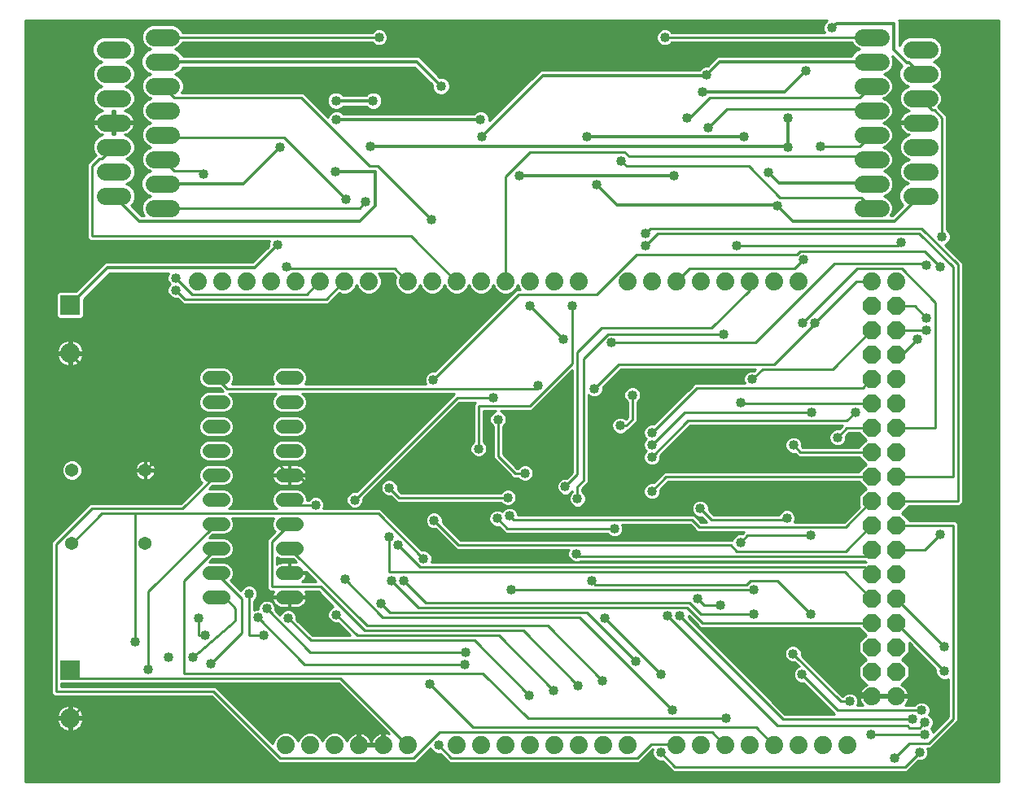
<source format=gbl>
G75*
G70*
%OFA0B0*%
%FSLAX24Y24*%
%IPPOS*%
%LPD*%
%AMOC8*
5,1,8,0,0,1.08239X$1,22.5*
%
%ADD10C,0.0740*%
%ADD11OC8,0.0740*%
%ADD12C,0.0712*%
%ADD13C,0.0560*%
%ADD14C,0.0540*%
%ADD15R,0.0800X0.0800*%
%ADD16C,0.0800*%
%ADD17C,0.0100*%
%ADD18C,0.0400*%
%ADD19C,0.0120*%
D10*
X013500Y002554D03*
X014500Y002554D03*
X015500Y002554D03*
X016500Y002554D03*
X017500Y002554D03*
X018500Y002554D03*
X020500Y002554D03*
X021500Y002554D03*
X022500Y002554D03*
X023500Y002554D03*
X024500Y002554D03*
X025500Y002554D03*
X026500Y002554D03*
X027500Y002554D03*
X029500Y002554D03*
X030500Y002554D03*
X031500Y002554D03*
X032500Y002554D03*
X033500Y002554D03*
X034500Y002554D03*
X035500Y002554D03*
X036500Y002554D03*
X037500Y004554D03*
X038500Y004554D03*
X038500Y021554D03*
X037500Y021554D03*
X034500Y021554D03*
X033500Y021554D03*
X032500Y021554D03*
X031500Y021554D03*
X030500Y021554D03*
X029500Y021554D03*
X028500Y021554D03*
X027500Y021554D03*
X025500Y021554D03*
X024500Y021554D03*
X023500Y021554D03*
X022500Y021554D03*
X021500Y021554D03*
X020500Y021554D03*
X019500Y021554D03*
X018500Y021554D03*
X016900Y021554D03*
X015900Y021554D03*
X014900Y021554D03*
X013900Y021554D03*
X012900Y021554D03*
X011900Y021554D03*
X010900Y021554D03*
X009900Y021554D03*
D11*
X037500Y020554D03*
X038500Y020554D03*
X038500Y019554D03*
X037500Y019554D03*
X037500Y018554D03*
X038500Y018554D03*
X038500Y017554D03*
X037500Y017554D03*
X037500Y016554D03*
X038500Y016554D03*
X038500Y015554D03*
X037500Y015554D03*
X037500Y014554D03*
X038500Y014554D03*
X038500Y013554D03*
X037500Y013554D03*
X037500Y012554D03*
X038500Y012554D03*
X038500Y011554D03*
X037500Y011554D03*
X037500Y010554D03*
X038500Y010554D03*
X038500Y009554D03*
X037500Y009554D03*
X037500Y008554D03*
X038500Y008554D03*
X038500Y007554D03*
X037500Y007554D03*
X037500Y006554D03*
X038500Y006554D03*
X038500Y005554D03*
X037500Y005554D03*
D12*
X037140Y024565D02*
X037852Y024565D01*
X037852Y025565D02*
X037140Y025565D01*
X037140Y026565D02*
X037852Y026565D01*
X037852Y027565D02*
X037140Y027565D01*
X037140Y028565D02*
X037852Y028565D01*
X037852Y029565D02*
X037140Y029565D01*
X037140Y030565D02*
X037852Y030565D01*
X037852Y031565D02*
X037140Y031565D01*
X039140Y031065D02*
X039852Y031065D01*
X039852Y030065D02*
X039140Y030065D01*
X039140Y029065D02*
X039852Y029065D01*
X039852Y028065D02*
X039140Y028065D01*
X039140Y027065D02*
X039852Y027065D01*
X039852Y026065D02*
X039140Y026065D01*
X039140Y025065D02*
X039852Y025065D01*
X008813Y024565D02*
X008100Y024565D01*
X008100Y025565D02*
X008813Y025565D01*
X008813Y026565D02*
X008100Y026565D01*
X008100Y027565D02*
X008813Y027565D01*
X008813Y028565D02*
X008100Y028565D01*
X008100Y029565D02*
X008813Y029565D01*
X008813Y030565D02*
X008100Y030565D01*
X008100Y031565D02*
X008813Y031565D01*
X006813Y031065D02*
X006100Y031065D01*
X006100Y030065D02*
X006813Y030065D01*
X006813Y029065D02*
X006100Y029065D01*
X006100Y028065D02*
X006813Y028065D01*
X006813Y027065D02*
X006100Y027065D01*
X006100Y026065D02*
X006813Y026065D01*
X006813Y025065D02*
X006100Y025065D01*
D13*
X010370Y017605D02*
X010930Y017605D01*
X010930Y016605D02*
X010370Y016605D01*
X010370Y015605D02*
X010930Y015605D01*
X010930Y014605D02*
X010370Y014605D01*
X010370Y013605D02*
X010930Y013605D01*
X010930Y012605D02*
X010370Y012605D01*
X010370Y011605D02*
X010930Y011605D01*
X010930Y010605D02*
X010370Y010605D01*
X010370Y009605D02*
X010930Y009605D01*
X010930Y008605D02*
X010370Y008605D01*
X013370Y008605D02*
X013930Y008605D01*
X013930Y009605D02*
X013370Y009605D01*
X013370Y010605D02*
X013930Y010605D01*
X013930Y011605D02*
X013370Y011605D01*
X013370Y012605D02*
X013930Y012605D01*
X013930Y013605D02*
X013370Y013605D01*
X013370Y014605D02*
X013930Y014605D01*
X013930Y015605D02*
X013370Y015605D01*
X013370Y016605D02*
X013930Y016605D01*
X013930Y017605D02*
X013370Y017605D01*
D14*
X007744Y013817D03*
X004744Y013817D03*
X004744Y010817D03*
X007744Y010817D03*
D15*
X004669Y005624D03*
X004669Y020585D03*
D16*
X004669Y018617D03*
X004669Y003656D03*
D17*
X002851Y001050D02*
X002851Y032246D01*
X035664Y032246D01*
X035567Y032150D01*
X035511Y032014D01*
X035511Y031866D01*
X035555Y031760D01*
X029316Y031760D01*
X029219Y031857D01*
X029090Y031910D01*
X028951Y031910D01*
X028823Y031857D01*
X028724Y031758D01*
X028671Y031630D01*
X028671Y031490D01*
X028724Y031362D01*
X028823Y031263D01*
X028951Y031210D01*
X029090Y031210D01*
X029219Y031263D01*
X029316Y031360D01*
X036677Y031360D01*
X036711Y031279D01*
X036853Y031136D01*
X036998Y031076D01*
X036842Y031011D01*
X036694Y030863D01*
X036663Y030790D01*
X031186Y030790D01*
X031051Y030655D01*
X030786Y030390D01*
X030667Y030390D01*
X030531Y030334D01*
X030427Y030230D01*
X030419Y030210D01*
X023926Y030210D01*
X023791Y030075D01*
X021851Y028135D01*
X021851Y028254D01*
X021794Y028390D01*
X021690Y028494D01*
X021554Y028550D01*
X021407Y028550D01*
X021271Y028494D01*
X021188Y028410D01*
X015874Y028410D01*
X015790Y028494D01*
X015654Y028550D01*
X015507Y028550D01*
X015371Y028494D01*
X015267Y028390D01*
X015222Y028281D01*
X014224Y029280D01*
X009243Y029280D01*
X009319Y029465D01*
X019500Y029465D01*
X019491Y029486D02*
X019547Y029350D01*
X019651Y029246D01*
X019787Y029190D01*
X019934Y029190D01*
X020070Y029246D01*
X020174Y029350D01*
X020231Y029486D01*
X020231Y029634D01*
X020174Y029770D01*
X020070Y029874D01*
X019934Y029930D01*
X019816Y029930D01*
X019091Y030655D01*
X018956Y030790D01*
X009289Y030790D01*
X009259Y030863D01*
X009111Y031011D01*
X008955Y031076D01*
X009100Y031136D01*
X009242Y031279D01*
X009276Y031360D01*
X017026Y031360D01*
X017123Y031263D01*
X017251Y031210D01*
X017390Y031210D01*
X017519Y031263D01*
X017618Y031362D01*
X017671Y031490D01*
X017671Y031630D01*
X017618Y031758D01*
X017519Y031857D01*
X017390Y031910D01*
X017251Y031910D01*
X017123Y031857D01*
X017026Y031760D01*
X009280Y031760D01*
X009242Y031852D01*
X009100Y031995D01*
X008914Y032072D01*
X008000Y032072D01*
X007814Y031995D01*
X007671Y031852D01*
X007594Y031666D01*
X007594Y031465D01*
X007671Y031279D01*
X007814Y031136D01*
X007959Y031076D01*
X007802Y031011D01*
X007654Y030863D01*
X007574Y030670D01*
X007574Y030461D01*
X007654Y030267D01*
X007802Y030119D01*
X007959Y030055D01*
X007814Y029995D01*
X007671Y029852D01*
X007594Y029666D01*
X007594Y029465D01*
X007129Y029465D01*
X007100Y029495D02*
X006929Y029565D01*
X007100Y029636D01*
X007242Y029779D01*
X007319Y029965D01*
X007319Y030166D01*
X007242Y030352D01*
X007100Y030495D01*
X006955Y030555D01*
X007111Y030619D01*
X007259Y030767D01*
X007339Y030961D01*
X007339Y031170D01*
X007259Y031363D01*
X007111Y031511D01*
X006918Y031592D01*
X005996Y031592D01*
X005802Y031511D01*
X005654Y031363D01*
X005574Y031170D01*
X005574Y030961D01*
X005654Y030767D01*
X005802Y030619D01*
X005959Y030555D01*
X005814Y030495D01*
X005671Y030352D01*
X005594Y030166D01*
X005594Y029965D01*
X005671Y029779D01*
X005814Y029636D01*
X005985Y029565D01*
X005814Y029495D01*
X005671Y029352D01*
X005594Y029166D01*
X005594Y028965D01*
X005671Y028779D01*
X005814Y028636D01*
X005995Y028561D01*
X005982Y028559D01*
X005906Y028534D01*
X005835Y028498D01*
X005771Y028451D01*
X005714Y028395D01*
X005668Y028331D01*
X005631Y028260D01*
X005607Y028184D01*
X005596Y028115D01*
X006407Y028115D01*
X006407Y028015D01*
X006407Y027572D01*
X006507Y027572D01*
X006507Y028015D01*
X006407Y028015D01*
X005596Y028015D01*
X005607Y027947D01*
X005631Y027871D01*
X005668Y027800D01*
X005714Y027736D01*
X005771Y027679D01*
X005835Y027632D01*
X005906Y027596D01*
X005982Y027572D01*
X005995Y027570D01*
X005814Y027495D01*
X005671Y027352D01*
X005594Y027166D01*
X005594Y026965D01*
X005671Y026779D01*
X005724Y026726D01*
X005478Y026480D01*
X005361Y026363D01*
X005361Y023337D01*
X005478Y023220D01*
X012835Y023220D01*
X012791Y023114D01*
X012791Y022995D01*
X012146Y022350D01*
X006106Y022350D01*
X004911Y021155D01*
X004199Y021155D01*
X004099Y021055D01*
X004099Y020115D01*
X004199Y020015D01*
X005140Y020015D01*
X005239Y020115D01*
X005239Y020833D01*
X006296Y021890D01*
X008701Y021890D01*
X008651Y021770D01*
X008651Y021630D01*
X008704Y021502D01*
X008756Y021450D01*
X008704Y021398D01*
X008651Y021270D01*
X008651Y021130D01*
X008704Y021002D01*
X008803Y020903D01*
X008931Y020850D01*
X009068Y020850D01*
X009181Y020737D01*
X009298Y020620D01*
X015244Y020620D01*
X015698Y021074D01*
X015797Y021034D01*
X016003Y021034D01*
X016195Y021113D01*
X016341Y021259D01*
X016400Y021402D01*
X016459Y021259D01*
X016605Y021113D01*
X016797Y021034D01*
X017003Y021034D01*
X017195Y021113D01*
X017341Y021259D01*
X017420Y021450D01*
X017420Y021657D01*
X017341Y021848D01*
X017309Y021880D01*
X017878Y021880D01*
X018015Y021743D01*
X017980Y021657D01*
X017980Y021450D01*
X018059Y021259D01*
X018205Y021113D01*
X018397Y021034D01*
X018603Y021034D01*
X018795Y021113D01*
X018941Y021259D01*
X019000Y021402D01*
X019059Y021259D01*
X019205Y021113D01*
X019397Y021034D01*
X019603Y021034D01*
X019795Y021113D01*
X019941Y021259D01*
X020000Y021402D01*
X020059Y021259D01*
X020205Y021113D01*
X020397Y021034D01*
X020603Y021034D01*
X020795Y021113D01*
X020941Y021259D01*
X021000Y021402D01*
X021059Y021259D01*
X021205Y021113D01*
X021397Y021034D01*
X021603Y021034D01*
X021795Y021113D01*
X021941Y021259D01*
X022000Y021402D01*
X022059Y021259D01*
X022205Y021113D01*
X022397Y021034D01*
X022603Y021034D01*
X022795Y021113D01*
X022941Y021259D01*
X023000Y021402D01*
X023059Y021259D01*
X023098Y021220D01*
X022958Y021220D01*
X022841Y021103D01*
X019608Y017870D01*
X019471Y017870D01*
X019343Y017817D01*
X019244Y017718D01*
X019191Y017590D01*
X019191Y017450D01*
X019228Y017360D01*
X014293Y017360D01*
X014294Y017361D01*
X014360Y017519D01*
X014360Y017690D01*
X014294Y017848D01*
X014173Y017969D01*
X014015Y018035D01*
X013284Y018035D01*
X013126Y017969D01*
X013005Y017848D01*
X012940Y017690D01*
X012940Y017519D01*
X013005Y017361D01*
X013006Y017360D01*
X011293Y017360D01*
X011294Y017361D01*
X011360Y017519D01*
X011360Y017690D01*
X011294Y017848D01*
X011173Y017969D01*
X011015Y018035D01*
X010284Y018035D01*
X010126Y017969D01*
X010005Y017848D01*
X009940Y017690D01*
X009940Y017519D01*
X010005Y017361D01*
X010126Y017240D01*
X010284Y017175D01*
X010803Y017175D01*
X010943Y017035D01*
X010284Y017035D01*
X010126Y016969D01*
X010005Y016848D01*
X009940Y016690D01*
X009940Y016519D01*
X010005Y016361D01*
X010126Y016240D01*
X010284Y016175D01*
X011015Y016175D01*
X011173Y016240D01*
X011294Y016361D01*
X011360Y016519D01*
X011360Y016690D01*
X011294Y016848D01*
X011182Y016960D01*
X013117Y016960D01*
X013005Y016848D01*
X012940Y016690D01*
X012940Y016519D01*
X013005Y016361D01*
X013126Y016240D01*
X013284Y016175D01*
X014015Y016175D01*
X014173Y016240D01*
X014294Y016361D01*
X014360Y016519D01*
X014360Y016690D01*
X014294Y016848D01*
X014182Y016960D01*
X020398Y016960D01*
X020321Y016883D01*
X016388Y012950D01*
X016251Y012950D01*
X016123Y012897D01*
X016024Y012798D01*
X015971Y012670D01*
X015971Y012530D01*
X016024Y012402D01*
X016123Y012303D01*
X016251Y012250D01*
X016390Y012250D01*
X016519Y012303D01*
X016618Y012402D01*
X016671Y012530D01*
X016671Y012667D01*
X020604Y016600D01*
X021278Y016600D01*
X021201Y016523D01*
X021201Y014995D01*
X021104Y014898D01*
X021051Y014770D01*
X021051Y014630D01*
X021104Y014502D01*
X021203Y014403D01*
X021331Y014350D01*
X021470Y014350D01*
X021599Y014403D01*
X021698Y014502D01*
X021751Y014630D01*
X021751Y014770D01*
X021698Y014898D01*
X021601Y014995D01*
X021601Y016240D01*
X022107Y016240D01*
X022003Y016197D01*
X021904Y016098D01*
X021851Y015970D01*
X021851Y015830D01*
X021904Y015702D01*
X022001Y015605D01*
X022001Y014317D01*
X022701Y013617D01*
X022818Y013500D01*
X023006Y013500D01*
X023103Y013403D01*
X023231Y013350D01*
X023370Y013350D01*
X023499Y013403D01*
X023598Y013502D01*
X023651Y013630D01*
X023651Y013770D01*
X023598Y013898D01*
X023499Y013997D01*
X023370Y014050D01*
X023231Y014050D01*
X023103Y013997D01*
X023006Y013900D01*
X022984Y013900D01*
X022401Y014483D01*
X022401Y015605D01*
X022498Y015702D01*
X022551Y015830D01*
X022551Y015970D01*
X022498Y016098D01*
X022399Y016197D01*
X022295Y016240D01*
X023584Y016240D01*
X025251Y017907D01*
X025251Y013733D01*
X025018Y013500D01*
X024881Y013500D01*
X024753Y013447D01*
X024654Y013348D01*
X024601Y013220D01*
X024601Y013080D01*
X024654Y012952D01*
X024753Y012853D01*
X024881Y012800D01*
X025020Y012800D01*
X025149Y012853D01*
X025248Y012952D01*
X025251Y012960D01*
X025251Y012945D01*
X025154Y012848D01*
X025101Y012720D01*
X022951Y012720D01*
X022951Y012770D02*
X022898Y012898D01*
X022799Y012997D01*
X022670Y013050D01*
X022531Y013050D01*
X022403Y012997D01*
X022306Y012900D01*
X018224Y012900D01*
X018091Y013033D01*
X018091Y013170D01*
X018038Y013298D01*
X017939Y013397D01*
X017810Y013450D01*
X017671Y013450D01*
X017543Y013397D01*
X017444Y013298D01*
X017391Y013170D01*
X017391Y013030D01*
X017444Y012902D01*
X017543Y012803D01*
X017671Y012750D01*
X017808Y012750D01*
X017941Y012617D01*
X018058Y012500D01*
X022306Y012500D01*
X022403Y012403D01*
X022531Y012350D01*
X022670Y012350D01*
X022799Y012403D01*
X022898Y012502D01*
X022951Y012630D01*
X022951Y012770D01*
X022931Y012819D02*
X024836Y012819D01*
X024689Y012917D02*
X022879Y012917D01*
X022754Y013016D02*
X024628Y013016D01*
X024601Y013114D02*
X018091Y013114D01*
X018108Y013016D02*
X022448Y013016D01*
X022323Y012917D02*
X018207Y012917D01*
X018141Y012700D02*
X022601Y012700D01*
X022820Y012425D02*
X025181Y012425D01*
X025154Y012452D02*
X025253Y012353D01*
X025381Y012300D01*
X025520Y012300D01*
X025649Y012353D01*
X025748Y012452D01*
X025801Y012580D01*
X025801Y012720D01*
X028246Y012720D01*
X028204Y012762D02*
X028303Y012663D01*
X028431Y012610D01*
X028570Y012610D01*
X028699Y012663D01*
X028798Y012762D01*
X028851Y012890D01*
X028851Y013027D01*
X029164Y013340D01*
X036980Y013340D01*
X036980Y013338D01*
X037265Y013054D01*
X036980Y012769D01*
X036980Y012338D01*
X036988Y012330D01*
X036358Y011700D01*
X034333Y011700D01*
X034371Y011790D01*
X034371Y011930D01*
X034318Y012058D01*
X034219Y012157D01*
X034090Y012210D01*
X033951Y012210D01*
X033823Y012157D01*
X033724Y012058D01*
X033692Y011980D01*
X031024Y011980D01*
X030831Y012173D01*
X030831Y012310D01*
X030778Y012438D01*
X030679Y012537D01*
X030550Y012590D01*
X030411Y012590D01*
X030283Y012537D01*
X030184Y012438D01*
X030131Y012310D01*
X030131Y012170D01*
X030184Y012042D01*
X030283Y011943D01*
X030411Y011890D01*
X030548Y011890D01*
X030738Y011700D01*
X030504Y011700D01*
X030224Y011980D01*
X023011Y011980D01*
X023011Y012010D01*
X022958Y012138D01*
X022859Y012237D01*
X022730Y012290D01*
X022591Y012290D01*
X022463Y012237D01*
X022364Y012138D01*
X022362Y012134D01*
X022359Y012137D01*
X022230Y012190D01*
X022091Y012190D01*
X021963Y012137D01*
X021864Y012038D01*
X021811Y011910D01*
X021811Y011770D01*
X021864Y011642D01*
X021963Y011543D01*
X022091Y011490D01*
X022228Y011490D01*
X022381Y011337D01*
X022498Y011220D01*
X026666Y011220D01*
X026763Y011123D01*
X026891Y011070D01*
X027030Y011070D01*
X027159Y011123D01*
X027258Y011222D01*
X027311Y011350D01*
X027311Y011490D01*
X027273Y011580D01*
X030058Y011580D01*
X030221Y011417D01*
X030338Y011300D01*
X032278Y011300D01*
X032201Y011223D01*
X032188Y011210D01*
X032051Y011210D01*
X031923Y011157D01*
X031824Y011058D01*
X031783Y010960D01*
X020664Y010960D01*
X019931Y011693D01*
X019931Y011830D01*
X019878Y011958D01*
X019779Y012057D01*
X019650Y012110D01*
X019511Y012110D01*
X019383Y012057D01*
X019284Y011958D01*
X019231Y011830D01*
X019231Y011690D01*
X019284Y011562D01*
X019383Y011463D01*
X019511Y011410D01*
X019648Y011410D01*
X020381Y010677D01*
X020498Y010560D01*
X025088Y010560D01*
X025051Y010470D01*
X025051Y010330D01*
X025104Y010202D01*
X025203Y010103D01*
X025331Y010050D01*
X025470Y010050D01*
X025591Y010100D01*
X037218Y010100D01*
X037265Y010054D01*
X037251Y010040D01*
X019453Y010040D01*
X019491Y010130D01*
X019491Y010270D01*
X019438Y010398D01*
X019339Y010497D01*
X019210Y010550D01*
X019074Y010550D01*
X017501Y012123D01*
X017384Y012240D01*
X015033Y012240D01*
X015071Y012330D01*
X015071Y012470D01*
X015018Y012598D01*
X014919Y012697D01*
X014790Y012750D01*
X014651Y012750D01*
X014523Y012697D01*
X014426Y012600D01*
X014360Y012600D01*
X014360Y012690D01*
X014294Y012848D01*
X014173Y012969D01*
X014015Y013035D01*
X013284Y013035D01*
X013126Y012969D01*
X013005Y012848D01*
X012940Y012690D01*
X012940Y012519D01*
X013005Y012361D01*
X013126Y012240D01*
X013126Y012240D01*
X011173Y012240D01*
X011294Y012361D01*
X011360Y012519D01*
X011360Y012690D01*
X011294Y012848D01*
X011173Y012969D01*
X011015Y013035D01*
X010358Y013035D01*
X010498Y013175D01*
X011015Y013175D01*
X011173Y013240D01*
X011294Y013361D01*
X011360Y013519D01*
X011360Y013690D01*
X011294Y013848D01*
X011173Y013969D01*
X011015Y014035D01*
X010284Y014035D01*
X010126Y013969D01*
X010005Y013848D01*
X009940Y013690D01*
X009940Y013519D01*
X010005Y013361D01*
X010062Y013304D01*
X009198Y012440D01*
X005478Y012440D01*
X004018Y010980D01*
X003901Y010863D01*
X003901Y004677D01*
X004018Y004560D01*
X010458Y004560D01*
X013081Y001937D01*
X013198Y001820D01*
X018824Y001820D01*
X019429Y002426D01*
X019464Y002342D01*
X019563Y002243D01*
X019691Y002190D01*
X019828Y002190D01*
X020081Y001937D01*
X020198Y001820D01*
X027984Y001820D01*
X028537Y002374D01*
X028511Y002310D01*
X028511Y002170D01*
X028564Y002042D01*
X028663Y001943D01*
X028791Y001890D01*
X028928Y001890D01*
X029241Y001577D01*
X029358Y001460D01*
X038944Y001460D01*
X039394Y001910D01*
X039530Y001910D01*
X039659Y001963D01*
X039758Y002062D01*
X039811Y002190D01*
X039811Y002330D01*
X039773Y002420D01*
X039904Y002420D01*
X040904Y003420D01*
X041021Y003537D01*
X041021Y011643D01*
X040904Y011760D01*
X039020Y011760D01*
X039020Y011769D01*
X038735Y012054D01*
X039020Y012338D01*
X039020Y012360D01*
X041104Y012360D01*
X041221Y012477D01*
X041221Y022323D01*
X041104Y022440D01*
X040495Y023049D01*
X040579Y023083D01*
X040678Y023182D01*
X040731Y023310D01*
X040731Y023450D01*
X040678Y023578D01*
X040581Y023675D01*
X040581Y028343D01*
X040464Y028460D01*
X040213Y028710D01*
X040281Y028779D01*
X040359Y028965D01*
X040359Y029166D01*
X040281Y029352D01*
X040139Y029495D01*
X039994Y029555D01*
X040150Y029619D01*
X040298Y029767D01*
X040379Y029961D01*
X040379Y030170D01*
X040298Y030363D01*
X040150Y030511D01*
X040020Y030565D01*
X040150Y030619D01*
X040298Y030767D01*
X040379Y030961D01*
X040379Y031170D01*
X040298Y031363D01*
X040150Y031511D01*
X039957Y031592D01*
X039035Y031592D01*
X038842Y031511D01*
X038694Y031363D01*
X038631Y031211D01*
X038631Y032215D01*
X038600Y032246D01*
X042708Y032246D01*
X042708Y001050D01*
X002851Y001050D01*
X002851Y001097D02*
X042708Y001097D01*
X042708Y001196D02*
X002851Y001196D01*
X002851Y001294D02*
X042708Y001294D01*
X042708Y001393D02*
X002851Y001393D01*
X002851Y001491D02*
X029327Y001491D01*
X029228Y001590D02*
X002851Y001590D01*
X002851Y001688D02*
X029130Y001688D01*
X029031Y001787D02*
X002851Y001787D01*
X002851Y001885D02*
X013133Y001885D01*
X013034Y001984D02*
X002851Y001984D01*
X002851Y002082D02*
X012936Y002082D01*
X012837Y002181D02*
X002851Y002181D01*
X002851Y002279D02*
X012739Y002279D01*
X012640Y002378D02*
X002851Y002378D01*
X002851Y002476D02*
X012542Y002476D01*
X012443Y002575D02*
X002851Y002575D01*
X002851Y002673D02*
X012345Y002673D01*
X012246Y002772D02*
X002851Y002772D01*
X002851Y002870D02*
X012148Y002870D01*
X012049Y002969D02*
X002851Y002969D01*
X002851Y003067D02*
X011951Y003067D01*
X011852Y003166D02*
X004918Y003166D01*
X004880Y003146D02*
X004958Y003186D01*
X005028Y003236D01*
X005089Y003298D01*
X005140Y003368D01*
X005179Y003445D01*
X005206Y003527D01*
X005218Y003606D01*
X004719Y003606D01*
X004719Y003107D01*
X004798Y003119D01*
X004880Y003146D01*
X004719Y003166D02*
X004619Y003166D01*
X004619Y003107D02*
X004619Y003606D01*
X004120Y003606D01*
X004133Y003527D01*
X004160Y003445D01*
X004199Y003368D01*
X004250Y003298D01*
X004311Y003236D01*
X004381Y003186D01*
X004458Y003146D01*
X004540Y003119D01*
X004619Y003107D01*
X004619Y003264D02*
X004719Y003264D01*
X004719Y003363D02*
X004619Y003363D01*
X004619Y003461D02*
X004719Y003461D01*
X004719Y003560D02*
X004619Y003560D01*
X004619Y003606D02*
X004719Y003606D01*
X004719Y003706D01*
X004619Y003706D01*
X004619Y003606D01*
X004619Y003658D02*
X002851Y003658D01*
X002851Y003560D02*
X004128Y003560D01*
X004154Y003461D02*
X002851Y003461D01*
X002851Y003363D02*
X004203Y003363D01*
X004283Y003264D02*
X002851Y003264D01*
X002851Y003166D02*
X004420Y003166D01*
X005055Y003264D02*
X011754Y003264D01*
X011655Y003363D02*
X005136Y003363D01*
X005184Y003461D02*
X011557Y003461D01*
X011458Y003560D02*
X005211Y003560D01*
X005218Y003706D02*
X004719Y003706D01*
X004719Y004205D01*
X004798Y004192D01*
X004880Y004166D01*
X004958Y004126D01*
X005028Y004075D01*
X005089Y004014D01*
X005140Y003944D01*
X005179Y003867D01*
X005206Y003785D01*
X005218Y003706D01*
X005210Y003757D02*
X011261Y003757D01*
X011163Y003855D02*
X005183Y003855D01*
X005133Y003954D02*
X011064Y003954D01*
X010966Y004052D02*
X005051Y004052D01*
X004910Y004151D02*
X010867Y004151D01*
X010769Y004249D02*
X002851Y004249D01*
X002851Y004151D02*
X004429Y004151D01*
X004458Y004166D02*
X004381Y004126D01*
X004311Y004075D01*
X004250Y004014D01*
X004199Y003944D01*
X004160Y003867D01*
X004133Y003785D01*
X004120Y003706D01*
X004619Y003706D01*
X004619Y004205D01*
X004540Y004192D01*
X004458Y004166D01*
X004619Y004151D02*
X004719Y004151D01*
X004719Y004052D02*
X004619Y004052D01*
X004619Y003954D02*
X004719Y003954D01*
X004719Y003855D02*
X004619Y003855D01*
X004619Y003757D02*
X004719Y003757D01*
X004719Y003658D02*
X011360Y003658D01*
X011630Y003954D02*
X016804Y003954D01*
X016706Y004052D02*
X011532Y004052D01*
X011433Y004151D02*
X016607Y004151D01*
X016509Y004249D02*
X011335Y004249D01*
X011236Y004348D02*
X016410Y004348D01*
X016312Y004446D02*
X011138Y004446D01*
X011039Y004545D02*
X016213Y004545D01*
X016115Y004643D02*
X010941Y004643D01*
X010842Y004742D02*
X016016Y004742D01*
X015918Y004840D02*
X010744Y004840D01*
X010645Y004939D02*
X015819Y004939D01*
X015721Y005037D02*
X004301Y005037D01*
X004301Y005074D02*
X005131Y005074D01*
X005157Y005100D01*
X015658Y005100D01*
X017746Y003012D01*
X017700Y003035D01*
X017622Y003061D01*
X017550Y003072D01*
X017550Y002604D01*
X017450Y002604D01*
X017450Y003072D01*
X017378Y003061D01*
X017300Y003035D01*
X017227Y002998D01*
X017161Y002950D01*
X017103Y002892D01*
X017055Y002826D01*
X017018Y002753D01*
X017000Y002697D01*
X016982Y002753D01*
X016945Y002826D01*
X016897Y002892D01*
X016839Y002950D01*
X016773Y002998D01*
X016700Y003035D01*
X016622Y003061D01*
X016550Y003072D01*
X016550Y002604D01*
X016450Y002604D01*
X016450Y003072D01*
X016378Y003061D01*
X016300Y003035D01*
X016227Y002998D01*
X016161Y002950D01*
X016103Y002892D01*
X016055Y002826D01*
X016018Y002753D01*
X016001Y002702D01*
X015941Y002848D01*
X015795Y002994D01*
X015603Y003074D01*
X015397Y003074D01*
X015205Y002994D01*
X015059Y002848D01*
X015000Y002705D01*
X014941Y002848D01*
X014795Y002994D01*
X014603Y003074D01*
X014397Y003074D01*
X014205Y002994D01*
X014059Y002848D01*
X014000Y002705D01*
X013941Y002848D01*
X013795Y002994D01*
X013603Y003074D01*
X013397Y003074D01*
X013205Y002994D01*
X013059Y002848D01*
X012980Y002657D01*
X012980Y002604D01*
X010624Y004960D01*
X004301Y004960D01*
X004301Y005074D01*
X004101Y004760D02*
X010541Y004760D01*
X013281Y002020D01*
X018741Y002020D01*
X019801Y003080D01*
X030961Y003080D01*
X031481Y002560D01*
X031500Y002554D01*
X032761Y003280D02*
X033481Y002560D01*
X033500Y002554D01*
X032761Y003280D02*
X021161Y003280D01*
X019401Y005040D01*
X020841Y005860D02*
X014281Y005860D01*
X012361Y007780D01*
X012371Y008130D02*
X012291Y008130D01*
X012201Y008093D01*
X012201Y008465D01*
X012298Y008562D01*
X012351Y008690D01*
X012351Y008830D01*
X012298Y008958D01*
X012199Y009057D01*
X012070Y009110D01*
X011931Y009110D01*
X011803Y009057D01*
X011704Y008958D01*
X011667Y008870D01*
X011235Y009302D01*
X011294Y009361D01*
X011360Y009519D01*
X011360Y009690D01*
X011294Y009848D01*
X011173Y009969D01*
X011015Y010035D01*
X010358Y010035D01*
X010498Y010175D01*
X011015Y010175D01*
X011173Y010240D01*
X011294Y010361D01*
X011360Y010519D01*
X011360Y010690D01*
X011294Y010848D01*
X011173Y010969D01*
X011015Y011035D01*
X010358Y011035D01*
X010498Y011175D01*
X011015Y011175D01*
X011173Y011240D01*
X011294Y011361D01*
X011360Y011519D01*
X011360Y011690D01*
X011298Y011840D01*
X013002Y011840D01*
X012940Y011690D01*
X012940Y011519D01*
X013005Y011361D01*
X013062Y011304D01*
X012838Y011080D01*
X012721Y010963D01*
X012721Y008957D01*
X012838Y008840D01*
X013009Y008840D01*
X013002Y008830D01*
X012971Y008770D01*
X012950Y008705D01*
X012940Y008639D01*
X012940Y008635D01*
X013620Y008635D01*
X013620Y008575D01*
X013680Y008575D01*
X013680Y008635D01*
X014360Y008635D01*
X014360Y008639D01*
X014349Y008705D01*
X014328Y008770D01*
X014297Y008830D01*
X014290Y008840D01*
X014838Y008840D01*
X015446Y008231D01*
X015363Y008197D01*
X015264Y008098D01*
X015211Y007970D01*
X015211Y007830D01*
X015264Y007702D01*
X015363Y007603D01*
X015491Y007550D01*
X015628Y007550D01*
X016138Y007040D01*
X014604Y007040D01*
X013951Y007693D01*
X013951Y007830D01*
X013898Y007958D01*
X013799Y008057D01*
X013670Y008110D01*
X013531Y008110D01*
X013403Y008057D01*
X013304Y007958D01*
X013269Y007874D01*
X013071Y008073D01*
X013071Y008210D01*
X013018Y008338D01*
X012919Y008437D01*
X012790Y008490D01*
X012651Y008490D01*
X012523Y008437D01*
X012424Y008338D01*
X012371Y008210D01*
X012371Y008130D01*
X012371Y008189D02*
X012201Y008189D01*
X012201Y008288D02*
X012403Y008288D01*
X012472Y008386D02*
X012201Y008386D01*
X012220Y008485D02*
X012638Y008485D01*
X012804Y008485D02*
X012957Y008485D01*
X012950Y008504D02*
X012971Y008440D01*
X013002Y008379D01*
X013042Y008325D01*
X013089Y008277D01*
X013144Y008237D01*
X013205Y008206D01*
X013269Y008185D01*
X013336Y008175D01*
X013620Y008175D01*
X013620Y008575D01*
X012940Y008575D01*
X012940Y008571D01*
X012950Y008504D01*
X012970Y008386D02*
X012998Y008386D01*
X013039Y008288D02*
X013079Y008288D01*
X013071Y008189D02*
X013258Y008189D01*
X013071Y008091D02*
X013484Y008091D01*
X013620Y008189D02*
X013680Y008189D01*
X013680Y008175D02*
X013963Y008175D01*
X014030Y008185D01*
X014095Y008206D01*
X014155Y008237D01*
X014210Y008277D01*
X014258Y008325D01*
X014297Y008379D01*
X014328Y008440D01*
X014349Y008504D01*
X014360Y008571D01*
X014360Y008575D01*
X013680Y008575D01*
X013680Y008175D01*
X013717Y008091D02*
X015261Y008091D01*
X015220Y007992D02*
X013864Y007992D01*
X013924Y007894D02*
X015211Y007894D01*
X015225Y007795D02*
X013951Y007795D01*
X013951Y007697D02*
X015269Y007697D01*
X015375Y007598D02*
X014046Y007598D01*
X014144Y007500D02*
X015678Y007500D01*
X015777Y007401D02*
X014243Y007401D01*
X014341Y007303D02*
X015875Y007303D01*
X015974Y007204D02*
X014440Y007204D01*
X014538Y007106D02*
X016072Y007106D01*
X016421Y007040D02*
X022241Y007040D01*
X024481Y004800D01*
X025481Y005000D02*
X023241Y007240D01*
X016721Y007240D01*
X014921Y009040D01*
X012921Y009040D01*
X012921Y010880D01*
X013641Y011600D01*
X013650Y011605D01*
X013025Y011341D02*
X011274Y011341D01*
X011327Y011440D02*
X012973Y011440D01*
X012940Y011538D02*
X011360Y011538D01*
X011360Y011637D02*
X012940Y011637D01*
X012958Y011735D02*
X011341Y011735D01*
X011300Y011834D02*
X012999Y011834D01*
X013000Y011243D02*
X011176Y011243D01*
X011195Y010947D02*
X012721Y010947D01*
X012721Y010849D02*
X011294Y010849D01*
X011335Y010750D02*
X012721Y010750D01*
X012721Y010652D02*
X011360Y010652D01*
X011360Y010553D02*
X012721Y010553D01*
X012721Y010455D02*
X011333Y010455D01*
X011289Y010356D02*
X012721Y010356D01*
X012721Y010258D02*
X011191Y010258D01*
X011180Y009962D02*
X012721Y009962D01*
X012721Y009864D02*
X011279Y009864D01*
X011329Y009765D02*
X012721Y009765D01*
X012721Y009667D02*
X011360Y009667D01*
X011360Y009568D02*
X012721Y009568D01*
X012721Y009470D02*
X011339Y009470D01*
X011298Y009371D02*
X012721Y009371D01*
X012721Y009273D02*
X011265Y009273D01*
X011363Y009174D02*
X012721Y009174D01*
X012721Y009076D02*
X012154Y009076D01*
X012279Y008977D02*
X012721Y008977D01*
X012799Y008879D02*
X012331Y008879D01*
X012351Y008780D02*
X012976Y008780D01*
X012946Y008682D02*
X012347Y008682D01*
X012306Y008583D02*
X013620Y008583D01*
X013680Y008583D02*
X015095Y008583D01*
X015193Y008485D02*
X014343Y008485D01*
X014301Y008386D02*
X015292Y008386D01*
X015390Y008288D02*
X014221Y008288D01*
X014042Y008189D02*
X015355Y008189D01*
X015561Y007900D02*
X016421Y007040D01*
X016821Y007440D02*
X024241Y007440D01*
X026481Y005200D01*
X027841Y005980D02*
X025821Y008000D01*
X017761Y008000D01*
X017401Y008360D01*
X017461Y007800D02*
X025521Y007800D01*
X029321Y004000D01*
X028861Y005460D02*
X026561Y007760D01*
X026181Y009120D02*
X032361Y009120D01*
X032521Y009280D01*
X033641Y009280D01*
X035001Y007920D01*
X034281Y006800D02*
X036381Y004700D01*
X037341Y004700D01*
X037481Y004560D01*
X037500Y004554D01*
X037541Y004560D01*
X038481Y004560D01*
X038500Y004554D01*
X038550Y004545D02*
X040621Y004545D01*
X040621Y004643D02*
X039012Y004643D01*
X039007Y004675D02*
X038982Y004753D01*
X038945Y004826D01*
X038897Y004892D01*
X038839Y004950D01*
X038773Y004998D01*
X038703Y005034D01*
X038715Y005034D01*
X039020Y005338D01*
X039020Y005769D01*
X038735Y006054D01*
X039020Y006338D01*
X039020Y006738D01*
X040111Y005647D01*
X040111Y005510D01*
X040164Y005382D01*
X040263Y005283D01*
X040391Y005230D01*
X040530Y005230D01*
X040621Y005267D01*
X040621Y003703D01*
X040012Y003094D01*
X039978Y003178D01*
X039926Y003230D01*
X039978Y003282D01*
X040031Y003410D01*
X040031Y003550D01*
X039978Y003678D01*
X039879Y003777D01*
X039842Y003792D01*
X039891Y003910D01*
X039891Y004050D01*
X039838Y004178D01*
X039739Y004277D01*
X039610Y004330D01*
X039471Y004330D01*
X039343Y004277D01*
X039246Y004180D01*
X038862Y004180D01*
X038897Y004215D01*
X038945Y004281D01*
X038982Y004354D01*
X039007Y004432D01*
X039019Y004504D01*
X038550Y004504D01*
X038550Y004604D01*
X039019Y004604D01*
X039007Y004675D01*
X038986Y004742D02*
X040621Y004742D01*
X040621Y004840D02*
X038935Y004840D01*
X038850Y004939D02*
X040621Y004939D01*
X040621Y005037D02*
X038719Y005037D01*
X038817Y005136D02*
X040621Y005136D01*
X040621Y005234D02*
X040540Y005234D01*
X040381Y005234D02*
X038916Y005234D01*
X039014Y005333D02*
X040213Y005333D01*
X040144Y005431D02*
X039020Y005431D01*
X039020Y005530D02*
X040111Y005530D01*
X040111Y005628D02*
X039020Y005628D01*
X039020Y005727D02*
X040031Y005727D01*
X039933Y005825D02*
X038964Y005825D01*
X038865Y005924D02*
X039834Y005924D01*
X039736Y006022D02*
X038767Y006022D01*
X038802Y006121D02*
X039637Y006121D01*
X039539Y006219D02*
X038901Y006219D01*
X038999Y006318D02*
X039440Y006318D01*
X039342Y006416D02*
X039020Y006416D01*
X039020Y006515D02*
X039243Y006515D01*
X039145Y006613D02*
X039020Y006613D01*
X039020Y006712D02*
X039046Y006712D01*
X038501Y007540D02*
X038500Y007554D01*
X038501Y007540D02*
X040461Y005580D01*
X041021Y005628D02*
X042708Y005628D01*
X042708Y005530D02*
X041021Y005530D01*
X041021Y005431D02*
X042708Y005431D01*
X042708Y005333D02*
X041021Y005333D01*
X041021Y005234D02*
X042708Y005234D01*
X042708Y005136D02*
X041021Y005136D01*
X041021Y005037D02*
X042708Y005037D01*
X042708Y004939D02*
X041021Y004939D01*
X041021Y004840D02*
X042708Y004840D01*
X042708Y004742D02*
X041021Y004742D01*
X041021Y004643D02*
X042708Y004643D01*
X042708Y004545D02*
X041021Y004545D01*
X041021Y004446D02*
X042708Y004446D01*
X042708Y004348D02*
X041021Y004348D01*
X041021Y004249D02*
X042708Y004249D01*
X042708Y004151D02*
X041021Y004151D01*
X041021Y004052D02*
X042708Y004052D01*
X042708Y003954D02*
X041021Y003954D01*
X041021Y003855D02*
X042708Y003855D01*
X042708Y003757D02*
X041021Y003757D01*
X041021Y003658D02*
X042708Y003658D01*
X042708Y003560D02*
X041021Y003560D01*
X040945Y003461D02*
X042708Y003461D01*
X042708Y003363D02*
X040846Y003363D01*
X040748Y003264D02*
X042708Y003264D01*
X042708Y003166D02*
X040649Y003166D01*
X040551Y003067D02*
X042708Y003067D01*
X042708Y002969D02*
X040452Y002969D01*
X040354Y002870D02*
X042708Y002870D01*
X042708Y002772D02*
X040255Y002772D01*
X040157Y002673D02*
X042708Y002673D01*
X042708Y002575D02*
X040058Y002575D01*
X039960Y002476D02*
X042708Y002476D01*
X042708Y002378D02*
X039791Y002378D01*
X039811Y002279D02*
X042708Y002279D01*
X042708Y002181D02*
X039807Y002181D01*
X039766Y002082D02*
X042708Y002082D01*
X042708Y001984D02*
X039679Y001984D01*
X039369Y001885D02*
X042708Y001885D01*
X042708Y001787D02*
X039270Y001787D01*
X039172Y001688D02*
X042708Y001688D01*
X042708Y001590D02*
X039073Y001590D01*
X038975Y001491D02*
X042708Y001491D01*
X040182Y003264D02*
X039960Y003264D01*
X039983Y003166D02*
X040083Y003166D01*
X040011Y003363D02*
X040280Y003363D01*
X040379Y003461D02*
X040031Y003461D01*
X040027Y003560D02*
X040477Y003560D01*
X040576Y003658D02*
X039986Y003658D01*
X039899Y003757D02*
X040621Y003757D01*
X040621Y003855D02*
X039868Y003855D01*
X039891Y003954D02*
X040621Y003954D01*
X040621Y004052D02*
X039890Y004052D01*
X039849Y004151D02*
X040621Y004151D01*
X040621Y004249D02*
X039767Y004249D01*
X039541Y003980D02*
X036101Y003980D01*
X034641Y005440D01*
X034291Y005431D02*
X032333Y005431D01*
X032431Y005333D02*
X034306Y005333D01*
X034291Y005370D02*
X034344Y005242D01*
X034443Y005143D01*
X034571Y005090D01*
X034708Y005090D01*
X035901Y003897D01*
X035978Y003820D01*
X033944Y003820D01*
X029991Y007773D01*
X029991Y007847D01*
X030361Y007477D01*
X030478Y007360D01*
X036980Y007360D01*
X036980Y007338D01*
X037265Y007054D01*
X036980Y006769D01*
X036980Y006338D01*
X037265Y006054D01*
X036980Y005769D01*
X036980Y005338D01*
X037285Y005034D01*
X037297Y005034D01*
X037227Y004998D01*
X037161Y004950D01*
X037103Y004892D01*
X037055Y004826D01*
X037018Y004753D01*
X036993Y004675D01*
X036981Y004604D01*
X037450Y004604D01*
X037450Y004504D01*
X036981Y004504D01*
X036993Y004432D01*
X037018Y004354D01*
X037055Y004281D01*
X037103Y004215D01*
X037138Y004180D01*
X036913Y004180D01*
X036951Y004270D01*
X036951Y004410D01*
X036898Y004538D01*
X036799Y004637D01*
X036670Y004690D01*
X036531Y004690D01*
X036403Y004637D01*
X036315Y004549D01*
X034631Y006233D01*
X034631Y006370D01*
X034578Y006498D01*
X034479Y006597D01*
X034350Y006650D01*
X034211Y006650D01*
X034083Y006597D01*
X033984Y006498D01*
X033931Y006370D01*
X033931Y006230D01*
X033984Y006102D01*
X034083Y006003D01*
X034211Y005950D01*
X034348Y005950D01*
X034526Y005771D01*
X034443Y005737D01*
X034344Y005638D01*
X034291Y005510D01*
X034291Y005370D01*
X034352Y005234D02*
X032530Y005234D01*
X032628Y005136D02*
X034461Y005136D01*
X034761Y005037D02*
X032727Y005037D01*
X032825Y004939D02*
X034859Y004939D01*
X034958Y004840D02*
X032924Y004840D01*
X033022Y004742D02*
X035056Y004742D01*
X035155Y004643D02*
X033121Y004643D01*
X033219Y004545D02*
X035253Y004545D01*
X035352Y004446D02*
X033318Y004446D01*
X033416Y004348D02*
X035450Y004348D01*
X035549Y004249D02*
X033515Y004249D01*
X033613Y004151D02*
X035647Y004151D01*
X035746Y004052D02*
X033712Y004052D01*
X033810Y003954D02*
X035844Y003954D01*
X035943Y003855D02*
X033909Y003855D01*
X033861Y003620D02*
X039181Y003620D01*
X038961Y003340D02*
X039041Y003260D01*
X039461Y003260D01*
X039681Y003480D01*
X039681Y002980D02*
X037461Y002980D01*
X037079Y004249D02*
X036942Y004249D01*
X036951Y004348D02*
X037021Y004348D01*
X036991Y004446D02*
X036936Y004446D01*
X036891Y004545D02*
X037450Y004545D01*
X037550Y004545D02*
X038450Y004545D01*
X038450Y004504D02*
X037981Y004504D01*
X037550Y004504D01*
X037550Y004604D01*
X038450Y004604D01*
X038450Y004504D01*
X038921Y004249D02*
X039315Y004249D01*
X038979Y004348D02*
X040621Y004348D01*
X040621Y004446D02*
X039009Y004446D01*
X038961Y003340D02*
X033641Y003340D01*
X029141Y007840D01*
X029641Y007840D02*
X033861Y003620D01*
X031521Y003640D02*
X023441Y003640D01*
X021581Y005500D01*
X009341Y005500D01*
X009341Y009300D01*
X010641Y010600D01*
X010650Y010605D01*
X010369Y011046D02*
X012803Y011046D01*
X012902Y011144D02*
X010468Y011144D01*
X010641Y011600D02*
X010650Y011605D01*
X010641Y011600D02*
X007881Y008840D01*
X007881Y005660D01*
X007321Y006780D02*
X007321Y012040D01*
X017301Y012040D01*
X019141Y010200D01*
X019462Y010061D02*
X025306Y010061D01*
X025147Y010159D02*
X019491Y010159D01*
X019491Y010258D02*
X025081Y010258D01*
X025051Y010356D02*
X019455Y010356D01*
X019381Y010455D02*
X025051Y010455D01*
X025085Y010553D02*
X019071Y010553D01*
X018972Y010652D02*
X020406Y010652D01*
X020381Y010677D02*
X020381Y010677D01*
X020308Y010750D02*
X018874Y010750D01*
X018775Y010849D02*
X020209Y010849D01*
X020111Y010947D02*
X018677Y010947D01*
X018578Y011046D02*
X020012Y011046D01*
X019914Y011144D02*
X018480Y011144D01*
X018381Y011243D02*
X019815Y011243D01*
X019717Y011341D02*
X018283Y011341D01*
X018184Y011440D02*
X019440Y011440D01*
X019308Y011538D02*
X018086Y011538D01*
X017987Y011637D02*
X019253Y011637D01*
X019231Y011735D02*
X017889Y011735D01*
X017790Y011834D02*
X019232Y011834D01*
X019273Y011932D02*
X017692Y011932D01*
X017593Y012031D02*
X019356Y012031D01*
X019581Y011760D02*
X020581Y010760D01*
X031721Y010760D01*
X031981Y010500D01*
X036441Y010500D01*
X037481Y011540D01*
X037500Y011554D01*
X036885Y012228D02*
X030831Y012228D01*
X030824Y012326D02*
X036984Y012326D01*
X036980Y012425D02*
X030783Y012425D01*
X030693Y012523D02*
X036980Y012523D01*
X036980Y012622D02*
X028598Y012622D01*
X028756Y012720D02*
X036980Y012720D01*
X037030Y012819D02*
X028821Y012819D01*
X028851Y012917D02*
X037128Y012917D01*
X037227Y013016D02*
X028851Y013016D01*
X028938Y013114D02*
X037204Y013114D01*
X037106Y013213D02*
X029036Y013213D01*
X029135Y013311D02*
X037007Y013311D01*
X036980Y013740D02*
X028998Y013740D01*
X028881Y013623D01*
X028568Y013310D01*
X028431Y013310D01*
X028303Y013257D01*
X028204Y013158D01*
X028151Y013030D01*
X028151Y012890D01*
X028204Y012762D01*
X028181Y012819D02*
X025760Y012819D01*
X025748Y012848D02*
X025651Y012945D01*
X025651Y013067D01*
X025784Y013200D01*
X025901Y013317D01*
X025901Y016905D01*
X025943Y016863D01*
X026071Y016810D01*
X026210Y016810D01*
X026339Y016863D01*
X026438Y016962D01*
X026491Y017090D01*
X026491Y017227D01*
X027224Y017960D01*
X032738Y017960D01*
X032668Y017890D01*
X032531Y017890D01*
X032403Y017837D01*
X032304Y017738D01*
X032251Y017610D01*
X032251Y017470D01*
X032288Y017380D01*
X030238Y017380D01*
X030121Y017263D01*
X028568Y015710D01*
X028431Y015710D01*
X028303Y015657D01*
X028204Y015558D01*
X028151Y015430D01*
X028151Y015290D01*
X028204Y015162D01*
X028256Y015110D01*
X028204Y015058D01*
X028151Y014930D01*
X028151Y014790D01*
X028204Y014662D01*
X028256Y014610D01*
X028204Y014558D01*
X028151Y014430D01*
X028151Y014290D01*
X028204Y014162D01*
X028303Y014063D01*
X028431Y014010D01*
X028570Y014010D01*
X028699Y014063D01*
X028798Y014162D01*
X028851Y014290D01*
X028851Y014427D01*
X030064Y015640D01*
X036298Y015640D01*
X036281Y015623D01*
X036168Y015510D01*
X036031Y015510D01*
X035903Y015457D01*
X035804Y015358D01*
X035751Y015230D01*
X035751Y015090D01*
X035804Y014962D01*
X035903Y014863D01*
X036031Y014810D01*
X036170Y014810D01*
X036299Y014863D01*
X036398Y014962D01*
X036451Y015090D01*
X036451Y015227D01*
X036564Y015340D01*
X036980Y015340D01*
X036980Y015338D01*
X037265Y015054D01*
X036980Y014769D01*
X036980Y014760D01*
X034664Y014760D01*
X034651Y014773D01*
X034651Y014910D01*
X034598Y015038D01*
X034499Y015137D01*
X034370Y015190D01*
X034231Y015190D01*
X034103Y015137D01*
X034004Y015038D01*
X033951Y014910D01*
X033951Y014770D01*
X034004Y014642D01*
X034103Y014543D01*
X034231Y014490D01*
X034368Y014490D01*
X034381Y014477D01*
X034498Y014360D01*
X036980Y014360D01*
X036980Y014338D01*
X037265Y014054D01*
X036980Y013769D01*
X036980Y013740D01*
X037015Y013804D02*
X025901Y013804D01*
X025901Y013902D02*
X037113Y013902D01*
X037212Y014001D02*
X025901Y014001D01*
X025901Y014099D02*
X028267Y014099D01*
X028189Y014198D02*
X025901Y014198D01*
X025901Y014296D02*
X028151Y014296D01*
X028151Y014395D02*
X025901Y014395D01*
X025901Y014493D02*
X028177Y014493D01*
X028237Y014592D02*
X025901Y014592D01*
X025901Y014690D02*
X028192Y014690D01*
X028152Y014789D02*
X025901Y014789D01*
X025901Y014887D02*
X028151Y014887D01*
X028174Y014986D02*
X025901Y014986D01*
X025901Y015084D02*
X028230Y015084D01*
X028195Y015183D02*
X025901Y015183D01*
X025901Y015281D02*
X028155Y015281D01*
X028151Y015380D02*
X027425Y015380D01*
X027399Y015353D02*
X027496Y015450D01*
X027534Y015450D01*
X027651Y015567D01*
X027901Y015817D01*
X027901Y016605D01*
X027998Y016702D01*
X028051Y016830D01*
X028051Y016970D01*
X027998Y017098D01*
X027899Y017197D01*
X027770Y017250D01*
X027631Y017250D01*
X027503Y017197D01*
X027404Y017098D01*
X027351Y016970D01*
X027351Y016830D01*
X027404Y016702D01*
X027501Y016605D01*
X027501Y015983D01*
X027432Y015914D01*
X027399Y015947D01*
X027270Y016000D01*
X027131Y016000D01*
X027003Y015947D01*
X026904Y015848D01*
X026851Y015720D01*
X026851Y015580D01*
X026904Y015452D01*
X027003Y015353D01*
X027131Y015300D01*
X027270Y015300D01*
X027399Y015353D01*
X027562Y015478D02*
X028171Y015478D01*
X028222Y015577D02*
X027660Y015577D01*
X027759Y015675D02*
X028347Y015675D01*
X028631Y015774D02*
X027857Y015774D01*
X027901Y015872D02*
X028730Y015872D01*
X028828Y015971D02*
X027901Y015971D01*
X027901Y016069D02*
X028927Y016069D01*
X029025Y016168D02*
X027901Y016168D01*
X027901Y016266D02*
X029124Y016266D01*
X029222Y016365D02*
X027901Y016365D01*
X027901Y016463D02*
X029321Y016463D01*
X029419Y016562D02*
X027901Y016562D01*
X027956Y016660D02*
X029518Y016660D01*
X029616Y016759D02*
X028021Y016759D01*
X028051Y016857D02*
X029715Y016857D01*
X029813Y016956D02*
X028051Y016956D01*
X028016Y017054D02*
X029912Y017054D01*
X030010Y017153D02*
X027943Y017153D01*
X027701Y016900D02*
X027701Y015900D01*
X027451Y015650D01*
X027201Y015650D01*
X027342Y015971D02*
X027488Y015971D01*
X027501Y016069D02*
X025901Y016069D01*
X025901Y015971D02*
X027060Y015971D01*
X026928Y015872D02*
X025901Y015872D01*
X025901Y015774D02*
X026873Y015774D01*
X026851Y015675D02*
X025901Y015675D01*
X025901Y015580D02*
X025901Y012600D01*
X033121Y012600D01*
X033581Y012140D01*
X033713Y012031D02*
X030973Y012031D01*
X030875Y012129D02*
X033795Y012129D01*
X034021Y011860D02*
X033941Y011780D01*
X030941Y011780D01*
X030481Y012240D01*
X030131Y012228D02*
X022868Y012228D01*
X022961Y012129D02*
X030148Y012129D01*
X030195Y012031D02*
X023002Y012031D01*
X022821Y011780D02*
X030141Y011780D01*
X030421Y011500D01*
X036441Y011500D01*
X037481Y012540D01*
X037500Y012554D01*
X036787Y012129D02*
X034247Y012129D01*
X034329Y012031D02*
X036688Y012031D01*
X036590Y011932D02*
X034370Y011932D01*
X034371Y011834D02*
X036491Y011834D01*
X036393Y011735D02*
X034348Y011735D01*
X035001Y011140D02*
X032401Y011140D01*
X032121Y010860D01*
X031910Y011144D02*
X027180Y011144D01*
X027266Y011243D02*
X032220Y011243D01*
X031819Y011046D02*
X020578Y011046D01*
X020480Y011144D02*
X026742Y011144D01*
X026961Y011420D02*
X022581Y011420D01*
X022161Y011840D01*
X021811Y011834D02*
X019929Y011834D01*
X019931Y011735D02*
X021825Y011735D01*
X021869Y011637D02*
X019987Y011637D01*
X020086Y011538D02*
X021975Y011538D01*
X022278Y011440D02*
X020184Y011440D01*
X020283Y011341D02*
X022377Y011341D01*
X022475Y011243D02*
X020381Y011243D01*
X019888Y011932D02*
X021820Y011932D01*
X021861Y012031D02*
X019805Y012031D01*
X019621Y012300D02*
X018671Y011350D01*
X019641Y010380D01*
X019001Y009840D02*
X037201Y009840D01*
X037481Y009560D01*
X037500Y009554D01*
X037258Y010061D02*
X025496Y010061D01*
X025501Y010300D02*
X037241Y010300D01*
X037481Y010540D01*
X037500Y010554D01*
X038500Y010554D02*
X038501Y010560D01*
X039661Y010560D01*
X040301Y011200D01*
X040821Y011560D02*
X038501Y011560D01*
X038500Y011554D01*
X038955Y011834D02*
X042708Y011834D01*
X042708Y011932D02*
X038857Y011932D01*
X038758Y012031D02*
X042708Y012031D01*
X042708Y012129D02*
X038811Y012129D01*
X038909Y012228D02*
X042708Y012228D01*
X042708Y012326D02*
X039008Y012326D01*
X038500Y012554D02*
X038501Y012560D01*
X041021Y012560D01*
X041021Y022240D01*
X039541Y023720D01*
X028421Y023720D01*
X028221Y023520D01*
X028721Y023520D02*
X039441Y023520D01*
X040821Y022140D01*
X040821Y013560D01*
X038501Y013560D01*
X038500Y013554D01*
X037500Y013554D02*
X037481Y013540D01*
X029081Y013540D01*
X028501Y012960D01*
X028258Y013213D02*
X025796Y013213D01*
X025895Y013311D02*
X028569Y013311D01*
X028667Y013410D02*
X025901Y013410D01*
X025901Y013508D02*
X028766Y013508D01*
X028864Y013607D02*
X025901Y013607D01*
X025901Y013705D02*
X028963Y013705D01*
X028735Y014099D02*
X037219Y014099D01*
X037121Y014198D02*
X028812Y014198D01*
X028851Y014296D02*
X037022Y014296D01*
X037000Y014789D02*
X034651Y014789D01*
X034651Y014887D02*
X035879Y014887D01*
X035794Y014986D02*
X034619Y014986D01*
X034552Y015084D02*
X035753Y015084D01*
X035751Y015183D02*
X034388Y015183D01*
X034213Y015183D02*
X029606Y015183D01*
X029705Y015281D02*
X035772Y015281D01*
X035825Y015380D02*
X029803Y015380D01*
X029902Y015478D02*
X035954Y015478D01*
X036234Y015577D02*
X030000Y015577D01*
X029981Y015840D02*
X036461Y015840D01*
X036821Y016200D01*
X037481Y016560D02*
X037500Y016554D01*
X037481Y016560D02*
X032161Y016560D01*
X032141Y016580D01*
X032260Y017448D02*
X026712Y017448D01*
X026810Y017547D02*
X032251Y017547D01*
X032265Y017645D02*
X026909Y017645D01*
X027007Y017744D02*
X032309Y017744D01*
X032415Y017842D02*
X027106Y017842D01*
X027204Y017941D02*
X032718Y017941D01*
X033021Y017960D02*
X035901Y017960D01*
X037481Y019540D01*
X037500Y019554D01*
X038500Y019554D02*
X038501Y019560D01*
X039741Y019560D01*
X039741Y020060D02*
X039261Y020540D01*
X038501Y020540D01*
X038500Y020554D01*
X037500Y021554D02*
X037481Y021540D01*
X036861Y021540D01*
X035181Y019860D01*
X035161Y019820D01*
X033501Y018160D01*
X027141Y018160D01*
X026141Y017160D01*
X026491Y017153D02*
X027458Y017153D01*
X027386Y017054D02*
X026476Y017054D01*
X026431Y016956D02*
X027351Y016956D01*
X027351Y016857D02*
X026324Y016857D01*
X025958Y016857D02*
X025901Y016857D01*
X025901Y016759D02*
X027381Y016759D01*
X027446Y016660D02*
X025901Y016660D01*
X025901Y016562D02*
X027501Y016562D01*
X027501Y016463D02*
X025901Y016463D01*
X025901Y016365D02*
X027501Y016365D01*
X027501Y016266D02*
X025901Y016266D01*
X025901Y016168D02*
X027501Y016168D01*
X026781Y016480D02*
X026761Y016440D01*
X025901Y015580D01*
X025901Y015577D02*
X026852Y015577D01*
X026893Y015478D02*
X025901Y015478D01*
X025901Y015380D02*
X026976Y015380D01*
X026781Y016480D02*
X027581Y017280D01*
X028841Y017280D01*
X030109Y017251D02*
X026515Y017251D01*
X026613Y017350D02*
X030207Y017350D01*
X030321Y017180D02*
X037121Y017180D01*
X037481Y017540D01*
X037500Y017554D01*
X038500Y018554D02*
X038501Y018560D01*
X038741Y018560D01*
X039381Y019200D01*
X040101Y020700D02*
X040101Y015560D01*
X038501Y015560D01*
X038500Y015554D01*
X037500Y015554D02*
X037481Y015540D01*
X036481Y015540D01*
X036101Y015160D01*
X036451Y015183D02*
X037136Y015183D01*
X037037Y015281D02*
X036505Y015281D01*
X036448Y015084D02*
X037234Y015084D01*
X037197Y014986D02*
X036407Y014986D01*
X036323Y014887D02*
X037098Y014887D01*
X037481Y014560D02*
X037500Y014554D01*
X037481Y014560D02*
X034581Y014560D01*
X034301Y014840D01*
X034054Y014592D02*
X029015Y014592D01*
X029114Y014690D02*
X033984Y014690D01*
X033951Y014789D02*
X029212Y014789D01*
X029311Y014887D02*
X033951Y014887D01*
X033982Y014986D02*
X029409Y014986D01*
X029508Y015084D02*
X034050Y015084D01*
X034224Y014493D02*
X028917Y014493D01*
X028851Y014395D02*
X034463Y014395D01*
X035021Y016200D02*
X029841Y016200D01*
X028501Y014860D01*
X028501Y014360D02*
X029981Y015840D01*
X030321Y017180D02*
X028501Y015360D01*
X028186Y013114D02*
X025698Y013114D01*
X025651Y013016D02*
X028151Y013016D01*
X028151Y012917D02*
X025679Y012917D01*
X025748Y012848D02*
X025801Y012720D01*
X025801Y012622D02*
X028403Y012622D01*
X027291Y011538D02*
X030100Y011538D01*
X030198Y011440D02*
X027311Y011440D01*
X027307Y011341D02*
X030297Y011341D01*
X030469Y011735D02*
X030703Y011735D01*
X030604Y011834D02*
X030370Y011834D01*
X030310Y011932D02*
X030272Y011932D01*
X030138Y012326D02*
X025583Y012326D01*
X025720Y012425D02*
X030178Y012425D01*
X030269Y012523D02*
X025777Y012523D01*
X025901Y012600D02*
X025901Y012300D01*
X019621Y012300D01*
X018671Y011350D02*
X017781Y012240D01*
X015381Y012240D01*
X015091Y012530D01*
X015661Y013100D01*
X016044Y012819D02*
X014306Y012819D01*
X014347Y012720D02*
X014579Y012720D01*
X014447Y012622D02*
X014360Y012622D01*
X014225Y012917D02*
X016172Y012917D01*
X015992Y012720D02*
X014863Y012720D01*
X014994Y012622D02*
X015971Y012622D01*
X015974Y012523D02*
X015049Y012523D01*
X015091Y012530D02*
X014041Y013580D01*
X013681Y013580D01*
X013650Y013605D01*
X013641Y013620D01*
X013221Y014040D01*
X007981Y014040D01*
X007961Y014080D01*
X007961Y015320D01*
X004681Y018600D01*
X004669Y018617D01*
X004619Y018630D02*
X002851Y018630D01*
X002851Y018532D02*
X004126Y018532D01*
X004120Y018567D02*
X004133Y018488D01*
X004160Y018405D01*
X004199Y018328D01*
X004250Y018258D01*
X004311Y018197D01*
X004381Y018146D01*
X004458Y018107D01*
X004540Y018080D01*
X004619Y018068D01*
X004619Y018567D01*
X004120Y018567D01*
X004120Y018667D02*
X004619Y018667D01*
X004619Y019165D01*
X004540Y019153D01*
X004458Y019126D01*
X004381Y019087D01*
X004311Y019036D01*
X004250Y018975D01*
X004199Y018905D01*
X004160Y018828D01*
X004133Y018745D01*
X004120Y018667D01*
X004130Y018729D02*
X002851Y018729D01*
X002851Y018827D02*
X004159Y018827D01*
X004214Y018926D02*
X002851Y018926D01*
X002851Y019024D02*
X004299Y019024D01*
X004451Y019123D02*
X002851Y019123D01*
X002851Y019221D02*
X020959Y019221D01*
X020860Y019123D02*
X004888Y019123D01*
X004880Y019126D02*
X004798Y019153D01*
X004719Y019165D01*
X004719Y018667D01*
X004619Y018667D01*
X004619Y018567D01*
X004719Y018567D01*
X004719Y018667D01*
X005218Y018667D01*
X005206Y018745D01*
X005179Y018828D01*
X005140Y018905D01*
X005089Y018975D01*
X005028Y019036D01*
X004958Y019087D01*
X004880Y019126D01*
X004719Y019123D02*
X004619Y019123D01*
X004619Y019024D02*
X004719Y019024D01*
X004719Y018926D02*
X004619Y018926D01*
X004619Y018827D02*
X004719Y018827D01*
X004719Y018729D02*
X004619Y018729D01*
X004719Y018630D02*
X020368Y018630D01*
X020269Y018532D02*
X005213Y018532D01*
X005218Y018567D02*
X004719Y018567D01*
X004719Y018068D01*
X004798Y018080D01*
X004880Y018107D01*
X004958Y018146D01*
X005028Y018197D01*
X005089Y018258D01*
X005140Y018328D01*
X005179Y018405D01*
X005206Y018488D01*
X005218Y018567D01*
X005188Y018433D02*
X020171Y018433D01*
X020072Y018335D02*
X005143Y018335D01*
X005067Y018236D02*
X019974Y018236D01*
X019875Y018138D02*
X004941Y018138D01*
X004719Y018138D02*
X004619Y018138D01*
X004619Y018236D02*
X004719Y018236D01*
X004719Y018335D02*
X004619Y018335D01*
X004619Y018433D02*
X004719Y018433D01*
X004719Y018532D02*
X004619Y018532D01*
X004272Y018236D02*
X002851Y018236D01*
X002851Y018138D02*
X004398Y018138D01*
X004196Y018335D02*
X002851Y018335D01*
X002851Y018433D02*
X004151Y018433D01*
X005040Y019024D02*
X020762Y019024D01*
X020663Y018926D02*
X005125Y018926D01*
X005179Y018827D02*
X020565Y018827D01*
X020466Y018729D02*
X005208Y018729D01*
X005232Y020108D02*
X021845Y020108D01*
X021747Y020009D02*
X002851Y020009D01*
X002851Y019911D02*
X021648Y019911D01*
X021550Y019812D02*
X002851Y019812D01*
X002851Y019714D02*
X021451Y019714D01*
X021353Y019615D02*
X002851Y019615D01*
X002851Y019517D02*
X021254Y019517D01*
X021156Y019418D02*
X002851Y019418D01*
X002851Y019320D02*
X021057Y019320D01*
X021944Y020206D02*
X005239Y020206D01*
X005239Y020305D02*
X022042Y020305D01*
X022141Y020403D02*
X005239Y020403D01*
X005239Y020502D02*
X022239Y020502D01*
X022338Y020600D02*
X005239Y020600D01*
X005239Y020699D02*
X009219Y020699D01*
X009121Y020797D02*
X005239Y020797D01*
X005302Y020896D02*
X008821Y020896D01*
X008712Y020994D02*
X005400Y020994D01*
X005499Y021093D02*
X008666Y021093D01*
X008651Y021191D02*
X005597Y021191D01*
X005696Y021290D02*
X008659Y021290D01*
X008700Y021388D02*
X005794Y021388D01*
X005893Y021487D02*
X008719Y021487D01*
X008670Y021585D02*
X005991Y021585D01*
X006090Y021684D02*
X008651Y021684D01*
X008656Y021782D02*
X006188Y021782D01*
X006287Y021881D02*
X008697Y021881D01*
X009001Y021700D02*
X009681Y021020D01*
X014361Y021020D01*
X014881Y021540D01*
X014900Y021554D01*
X015161Y020820D02*
X015881Y021540D01*
X015900Y021554D01*
X016273Y021191D02*
X016527Y021191D01*
X016447Y021290D02*
X016353Y021290D01*
X016394Y021388D02*
X016406Y021388D01*
X016654Y021093D02*
X016146Y021093D01*
X015618Y020994D02*
X022732Y020994D01*
X022746Y021093D02*
X022830Y021093D01*
X022873Y021191D02*
X022929Y021191D01*
X022953Y021290D02*
X023047Y021290D01*
X023006Y021388D02*
X022994Y021388D01*
X023041Y021020D02*
X026221Y021020D01*
X027861Y022660D01*
X034421Y022660D01*
X034561Y022800D01*
X039661Y022800D01*
X040301Y022160D01*
X039741Y022220D02*
X039681Y022280D01*
X035981Y022280D01*
X032741Y019040D01*
X026841Y019040D01*
X026701Y019400D02*
X031451Y019400D01*
X030951Y019650D02*
X032500Y021199D01*
X032500Y021554D01*
X031961Y023020D02*
X038561Y023020D01*
X038701Y023160D01*
X038346Y024250D02*
X038253Y024250D01*
X038281Y024279D01*
X038359Y024465D01*
X038359Y024666D01*
X038281Y024852D01*
X038139Y024995D01*
X037994Y025055D01*
X038150Y025119D01*
X038298Y025267D01*
X038379Y025461D01*
X038379Y025670D01*
X038298Y025863D01*
X038150Y026011D01*
X037994Y026076D01*
X038139Y026136D01*
X038281Y026279D01*
X038359Y026465D01*
X038359Y026666D01*
X038281Y026852D01*
X038139Y026995D01*
X037968Y027065D01*
X038139Y027136D01*
X038281Y027279D01*
X038359Y027465D01*
X038359Y027666D01*
X038281Y027852D01*
X038139Y027995D01*
X037968Y028065D01*
X038139Y028136D01*
X038281Y028279D01*
X038359Y028465D01*
X038359Y028666D01*
X038281Y028852D01*
X038139Y028995D01*
X037968Y029065D01*
X038139Y029136D01*
X038281Y029279D01*
X038359Y029465D01*
X038824Y029465D01*
X038853Y029495D02*
X038711Y029352D01*
X038634Y029166D01*
X038634Y028965D01*
X038711Y028779D01*
X038853Y028636D01*
X039034Y028561D01*
X039021Y028559D01*
X038946Y028534D01*
X038875Y028498D01*
X038810Y028451D01*
X038754Y028395D01*
X038707Y028331D01*
X038671Y028260D01*
X038646Y028184D01*
X038635Y028115D01*
X039446Y028115D01*
X039446Y028015D01*
X038635Y028015D01*
X038646Y027947D01*
X038671Y027871D01*
X038707Y027800D01*
X038754Y027736D01*
X038810Y027679D01*
X038875Y027632D01*
X038946Y027596D01*
X039021Y027572D01*
X039034Y027570D01*
X038853Y027495D01*
X038711Y027352D01*
X038634Y027166D01*
X038634Y026965D01*
X038711Y026779D01*
X038853Y026636D01*
X039024Y026565D01*
X038853Y026495D01*
X038711Y026352D01*
X038634Y026166D01*
X038634Y025965D01*
X038711Y025779D01*
X038853Y025636D01*
X038998Y025576D01*
X038842Y025511D01*
X038694Y025363D01*
X038614Y025170D01*
X038614Y024961D01*
X038694Y024767D01*
X038778Y024683D01*
X038346Y024250D01*
X038308Y024343D02*
X038439Y024343D01*
X038349Y024442D02*
X038537Y024442D01*
X038636Y024540D02*
X038359Y024540D01*
X038359Y024639D02*
X038734Y024639D01*
X038724Y024737D02*
X038329Y024737D01*
X038288Y024836D02*
X038665Y024836D01*
X038625Y024934D02*
X038199Y024934D01*
X038047Y025033D02*
X038614Y025033D01*
X038614Y025131D02*
X038162Y025131D01*
X038261Y025230D02*
X038638Y025230D01*
X038679Y025328D02*
X038324Y025328D01*
X038364Y025427D02*
X038757Y025427D01*
X038875Y025525D02*
X038379Y025525D01*
X038379Y025624D02*
X038884Y025624D01*
X038767Y025722D02*
X038357Y025722D01*
X038316Y025821D02*
X038693Y025821D01*
X038653Y025919D02*
X038243Y025919D01*
X038136Y026018D02*
X038634Y026018D01*
X038634Y026116D02*
X038090Y026116D01*
X038217Y026215D02*
X038654Y026215D01*
X038695Y026313D02*
X038296Y026313D01*
X038337Y026412D02*
X038770Y026412D01*
X038891Y026510D02*
X038359Y026510D01*
X038359Y026609D02*
X038920Y026609D01*
X038782Y026707D02*
X038342Y026707D01*
X038301Y026806D02*
X038700Y026806D01*
X038659Y026904D02*
X038229Y026904D01*
X038120Y027003D02*
X038634Y027003D01*
X038634Y027101D02*
X038054Y027101D01*
X038202Y027200D02*
X038648Y027200D01*
X038688Y027298D02*
X038289Y027298D01*
X038330Y027397D02*
X038755Y027397D01*
X038854Y027495D02*
X038359Y027495D01*
X038359Y027594D02*
X038954Y027594D01*
X038797Y027692D02*
X038348Y027692D01*
X038307Y027791D02*
X038714Y027791D01*
X038665Y027889D02*
X038244Y027889D01*
X038146Y027988D02*
X038640Y027988D01*
X038646Y028185D02*
X038187Y028185D01*
X038283Y028283D02*
X038683Y028283D01*
X038744Y028382D02*
X038324Y028382D01*
X038359Y028480D02*
X038849Y028480D01*
X038992Y028579D02*
X038359Y028579D01*
X038354Y028677D02*
X038812Y028677D01*
X038714Y028776D02*
X038313Y028776D01*
X038259Y028874D02*
X038671Y028874D01*
X038634Y028973D02*
X038161Y028973D01*
X038172Y029170D02*
X038635Y029170D01*
X038634Y029071D02*
X037982Y029071D01*
X038271Y029268D02*
X038676Y029268D01*
X038725Y029367D02*
X038318Y029367D01*
X038359Y029465D02*
X038359Y029666D01*
X038281Y029852D01*
X038139Y029995D01*
X037994Y030055D01*
X038150Y030119D01*
X038298Y030267D01*
X038379Y030461D01*
X038379Y030670D01*
X038331Y030784D01*
X038723Y030393D01*
X038694Y030363D01*
X038614Y030170D01*
X038614Y029961D01*
X038694Y029767D01*
X038842Y029619D01*
X038998Y029555D01*
X038853Y029495D01*
X038976Y029564D02*
X038359Y029564D01*
X038359Y029662D02*
X038799Y029662D01*
X038700Y029761D02*
X038319Y029761D01*
X038274Y029859D02*
X038656Y029859D01*
X038615Y029958D02*
X038176Y029958D01*
X038186Y030155D02*
X038614Y030155D01*
X038614Y030056D02*
X037998Y030056D01*
X038284Y030253D02*
X038648Y030253D01*
X038689Y030352D02*
X038333Y030352D01*
X038374Y030450D02*
X038665Y030450D01*
X038567Y030549D02*
X038379Y030549D01*
X038379Y030647D02*
X038468Y030647D01*
X038370Y030746D02*
X038347Y030746D01*
X038631Y031238D02*
X038642Y031238D01*
X038631Y031337D02*
X038683Y031337D01*
X038631Y031435D02*
X038765Y031435D01*
X038895Y031534D02*
X038631Y031534D01*
X038631Y031632D02*
X042708Y031632D01*
X042708Y031534D02*
X040097Y031534D01*
X040227Y031435D02*
X042708Y031435D01*
X042708Y031337D02*
X040310Y031337D01*
X040350Y031238D02*
X042708Y031238D01*
X042708Y031140D02*
X040379Y031140D01*
X040379Y031041D02*
X042708Y031041D01*
X042708Y030943D02*
X040371Y030943D01*
X040330Y030844D02*
X042708Y030844D01*
X042708Y030746D02*
X040277Y030746D01*
X040178Y030647D02*
X042708Y030647D01*
X042708Y030549D02*
X040061Y030549D01*
X040212Y030450D02*
X042708Y030450D01*
X042708Y030352D02*
X040303Y030352D01*
X040344Y030253D02*
X042708Y030253D01*
X042708Y030155D02*
X040379Y030155D01*
X040379Y030056D02*
X042708Y030056D01*
X042708Y029958D02*
X040377Y029958D01*
X040336Y029859D02*
X042708Y029859D01*
X042708Y029761D02*
X040292Y029761D01*
X040193Y029662D02*
X042708Y029662D01*
X042708Y029564D02*
X040016Y029564D01*
X040168Y029465D02*
X042708Y029465D01*
X042708Y029367D02*
X040267Y029367D01*
X040316Y029268D02*
X042708Y029268D01*
X042708Y029170D02*
X040357Y029170D01*
X040359Y029071D02*
X042708Y029071D01*
X042708Y028973D02*
X040359Y028973D01*
X040321Y028874D02*
X042708Y028874D01*
X042708Y028776D02*
X040278Y028776D01*
X040247Y028677D02*
X042708Y028677D01*
X042708Y028579D02*
X040345Y028579D01*
X040444Y028480D02*
X042708Y028480D01*
X042708Y028382D02*
X040542Y028382D01*
X040581Y028283D02*
X042708Y028283D01*
X042708Y028185D02*
X040581Y028185D01*
X040581Y028086D02*
X042708Y028086D01*
X042708Y027988D02*
X040581Y027988D01*
X040581Y027889D02*
X042708Y027889D01*
X042708Y027791D02*
X040581Y027791D01*
X040581Y027692D02*
X042708Y027692D01*
X042708Y027594D02*
X040581Y027594D01*
X040581Y027495D02*
X042708Y027495D01*
X042708Y027397D02*
X040581Y027397D01*
X040581Y027298D02*
X042708Y027298D01*
X042708Y027200D02*
X040581Y027200D01*
X040581Y027101D02*
X042708Y027101D01*
X042708Y027003D02*
X040581Y027003D01*
X040581Y026904D02*
X042708Y026904D01*
X042708Y026806D02*
X040581Y026806D01*
X040581Y026707D02*
X042708Y026707D01*
X042708Y026609D02*
X040581Y026609D01*
X040581Y026510D02*
X042708Y026510D01*
X042708Y026412D02*
X040581Y026412D01*
X040581Y026313D02*
X042708Y026313D01*
X042708Y026215D02*
X040581Y026215D01*
X040581Y026116D02*
X042708Y026116D01*
X042708Y026018D02*
X040581Y026018D01*
X040581Y025919D02*
X042708Y025919D01*
X042708Y025821D02*
X040581Y025821D01*
X040581Y025722D02*
X042708Y025722D01*
X042708Y025624D02*
X040581Y025624D01*
X040581Y025525D02*
X042708Y025525D01*
X042708Y025427D02*
X040581Y025427D01*
X040581Y025328D02*
X042708Y025328D01*
X042708Y025230D02*
X040581Y025230D01*
X040581Y025131D02*
X042708Y025131D01*
X042708Y025033D02*
X040581Y025033D01*
X040581Y024934D02*
X042708Y024934D01*
X042708Y024836D02*
X040581Y024836D01*
X040581Y024737D02*
X042708Y024737D01*
X042708Y024639D02*
X040581Y024639D01*
X040581Y024540D02*
X042708Y024540D01*
X042708Y024442D02*
X040581Y024442D01*
X040581Y024343D02*
X042708Y024343D01*
X042708Y024245D02*
X040581Y024245D01*
X040581Y024146D02*
X042708Y024146D01*
X042708Y024048D02*
X040581Y024048D01*
X040581Y023949D02*
X042708Y023949D01*
X042708Y023851D02*
X040581Y023851D01*
X040581Y023752D02*
X042708Y023752D01*
X042708Y023654D02*
X040602Y023654D01*
X040687Y023555D02*
X042708Y023555D01*
X042708Y023457D02*
X040728Y023457D01*
X040731Y023358D02*
X042708Y023358D01*
X042708Y023260D02*
X040710Y023260D01*
X040657Y023161D02*
X042708Y023161D01*
X042708Y023063D02*
X040529Y023063D01*
X040580Y022964D02*
X042708Y022964D01*
X042708Y022866D02*
X040678Y022866D01*
X040777Y022767D02*
X042708Y022767D01*
X042708Y022669D02*
X040875Y022669D01*
X040974Y022570D02*
X042708Y022570D01*
X042708Y022472D02*
X041072Y022472D01*
X041171Y022373D02*
X042708Y022373D01*
X042708Y022275D02*
X041221Y022275D01*
X041221Y022176D02*
X042708Y022176D01*
X042708Y022078D02*
X041221Y022078D01*
X041221Y021979D02*
X042708Y021979D01*
X042708Y021881D02*
X041221Y021881D01*
X041221Y021782D02*
X042708Y021782D01*
X042708Y021684D02*
X041221Y021684D01*
X041221Y021585D02*
X042708Y021585D01*
X042708Y021487D02*
X041221Y021487D01*
X041221Y021388D02*
X042708Y021388D01*
X042708Y021290D02*
X041221Y021290D01*
X041221Y021191D02*
X042708Y021191D01*
X042708Y021093D02*
X041221Y021093D01*
X041221Y020994D02*
X042708Y020994D01*
X042708Y020896D02*
X041221Y020896D01*
X041221Y020797D02*
X042708Y020797D01*
X042708Y020699D02*
X041221Y020699D01*
X041221Y020600D02*
X042708Y020600D01*
X042708Y020502D02*
X041221Y020502D01*
X041221Y020403D02*
X042708Y020403D01*
X042708Y020305D02*
X041221Y020305D01*
X041221Y020206D02*
X042708Y020206D01*
X042708Y020108D02*
X041221Y020108D01*
X041221Y020009D02*
X042708Y020009D01*
X042708Y019911D02*
X041221Y019911D01*
X041221Y019812D02*
X042708Y019812D01*
X042708Y019714D02*
X041221Y019714D01*
X041221Y019615D02*
X042708Y019615D01*
X042708Y019517D02*
X041221Y019517D01*
X041221Y019418D02*
X042708Y019418D01*
X042708Y019320D02*
X041221Y019320D01*
X041221Y019221D02*
X042708Y019221D01*
X042708Y019123D02*
X041221Y019123D01*
X041221Y019024D02*
X042708Y019024D01*
X042708Y018926D02*
X041221Y018926D01*
X041221Y018827D02*
X042708Y018827D01*
X042708Y018729D02*
X041221Y018729D01*
X041221Y018630D02*
X042708Y018630D01*
X042708Y018532D02*
X041221Y018532D01*
X041221Y018433D02*
X042708Y018433D01*
X042708Y018335D02*
X041221Y018335D01*
X041221Y018236D02*
X042708Y018236D01*
X042708Y018138D02*
X041221Y018138D01*
X041221Y018039D02*
X042708Y018039D01*
X042708Y017941D02*
X041221Y017941D01*
X041221Y017842D02*
X042708Y017842D01*
X042708Y017744D02*
X041221Y017744D01*
X041221Y017645D02*
X042708Y017645D01*
X042708Y017547D02*
X041221Y017547D01*
X041221Y017448D02*
X042708Y017448D01*
X042708Y017350D02*
X041221Y017350D01*
X041221Y017251D02*
X042708Y017251D01*
X042708Y017153D02*
X041221Y017153D01*
X041221Y017054D02*
X042708Y017054D01*
X042708Y016956D02*
X041221Y016956D01*
X041221Y016857D02*
X042708Y016857D01*
X042708Y016759D02*
X041221Y016759D01*
X041221Y016660D02*
X042708Y016660D01*
X042708Y016562D02*
X041221Y016562D01*
X041221Y016463D02*
X042708Y016463D01*
X042708Y016365D02*
X041221Y016365D01*
X041221Y016266D02*
X042708Y016266D01*
X042708Y016168D02*
X041221Y016168D01*
X041221Y016069D02*
X042708Y016069D01*
X042708Y015971D02*
X041221Y015971D01*
X041221Y015872D02*
X042708Y015872D01*
X042708Y015774D02*
X041221Y015774D01*
X041221Y015675D02*
X042708Y015675D01*
X042708Y015577D02*
X041221Y015577D01*
X041221Y015478D02*
X042708Y015478D01*
X042708Y015380D02*
X041221Y015380D01*
X041221Y015281D02*
X042708Y015281D01*
X042708Y015183D02*
X041221Y015183D01*
X041221Y015084D02*
X042708Y015084D01*
X042708Y014986D02*
X041221Y014986D01*
X041221Y014887D02*
X042708Y014887D01*
X042708Y014789D02*
X041221Y014789D01*
X041221Y014690D02*
X042708Y014690D01*
X042708Y014592D02*
X041221Y014592D01*
X041221Y014493D02*
X042708Y014493D01*
X042708Y014395D02*
X041221Y014395D01*
X041221Y014296D02*
X042708Y014296D01*
X042708Y014198D02*
X041221Y014198D01*
X041221Y014099D02*
X042708Y014099D01*
X042708Y014001D02*
X041221Y014001D01*
X041221Y013902D02*
X042708Y013902D01*
X042708Y013804D02*
X041221Y013804D01*
X041221Y013705D02*
X042708Y013705D01*
X042708Y013607D02*
X041221Y013607D01*
X041221Y013508D02*
X042708Y013508D01*
X042708Y013410D02*
X041221Y013410D01*
X041221Y013311D02*
X042708Y013311D01*
X042708Y013213D02*
X041221Y013213D01*
X041221Y013114D02*
X042708Y013114D01*
X042708Y013016D02*
X041221Y013016D01*
X041221Y012917D02*
X042708Y012917D01*
X042708Y012819D02*
X041221Y012819D01*
X041221Y012720D02*
X042708Y012720D01*
X042708Y012622D02*
X041221Y012622D01*
X041221Y012523D02*
X042708Y012523D01*
X042708Y012425D02*
X041168Y012425D01*
X040929Y011735D02*
X042708Y011735D01*
X042708Y011637D02*
X041021Y011637D01*
X041021Y011538D02*
X042708Y011538D01*
X042708Y011440D02*
X041021Y011440D01*
X041021Y011341D02*
X042708Y011341D01*
X042708Y011243D02*
X041021Y011243D01*
X041021Y011144D02*
X042708Y011144D01*
X042708Y011046D02*
X041021Y011046D01*
X041021Y010947D02*
X042708Y010947D01*
X042708Y010849D02*
X041021Y010849D01*
X041021Y010750D02*
X042708Y010750D01*
X042708Y010652D02*
X041021Y010652D01*
X041021Y010553D02*
X042708Y010553D01*
X042708Y010455D02*
X041021Y010455D01*
X041021Y010356D02*
X042708Y010356D01*
X042708Y010258D02*
X041021Y010258D01*
X041021Y010159D02*
X042708Y010159D01*
X042708Y010061D02*
X041021Y010061D01*
X041021Y009962D02*
X042708Y009962D01*
X042708Y009864D02*
X041021Y009864D01*
X041021Y009765D02*
X042708Y009765D01*
X042708Y009667D02*
X041021Y009667D01*
X041021Y009568D02*
X042708Y009568D01*
X042708Y009470D02*
X041021Y009470D01*
X041021Y009371D02*
X042708Y009371D01*
X042708Y009273D02*
X041021Y009273D01*
X041021Y009174D02*
X042708Y009174D01*
X042708Y009076D02*
X041021Y009076D01*
X041021Y008977D02*
X042708Y008977D01*
X042708Y008879D02*
X041021Y008879D01*
X041021Y008780D02*
X042708Y008780D01*
X042708Y008682D02*
X041021Y008682D01*
X041021Y008583D02*
X042708Y008583D01*
X042708Y008485D02*
X041021Y008485D01*
X041021Y008386D02*
X042708Y008386D01*
X042708Y008288D02*
X041021Y008288D01*
X041021Y008189D02*
X042708Y008189D01*
X042708Y008091D02*
X041021Y008091D01*
X041021Y007992D02*
X042708Y007992D01*
X042708Y007894D02*
X041021Y007894D01*
X041021Y007795D02*
X042708Y007795D01*
X042708Y007697D02*
X041021Y007697D01*
X041021Y007598D02*
X042708Y007598D01*
X042708Y007500D02*
X041021Y007500D01*
X041021Y007401D02*
X042708Y007401D01*
X042708Y007303D02*
X041021Y007303D01*
X041021Y007204D02*
X042708Y007204D01*
X042708Y007106D02*
X041021Y007106D01*
X041021Y007007D02*
X042708Y007007D01*
X042708Y006909D02*
X041021Y006909D01*
X041021Y006810D02*
X042708Y006810D01*
X042708Y006712D02*
X041021Y006712D01*
X041021Y006613D02*
X042708Y006613D01*
X042708Y006515D02*
X041021Y006515D01*
X041021Y006416D02*
X042708Y006416D01*
X042708Y006318D02*
X041021Y006318D01*
X041021Y006219D02*
X042708Y006219D01*
X042708Y006121D02*
X041021Y006121D01*
X041021Y006022D02*
X042708Y006022D01*
X042708Y005924D02*
X041021Y005924D01*
X041021Y005825D02*
X042708Y005825D01*
X042708Y005727D02*
X041021Y005727D01*
X040461Y006580D02*
X038501Y008540D01*
X038500Y008554D01*
X037500Y008554D02*
X037481Y008560D01*
X036401Y009640D01*
X017741Y009640D01*
X017741Y011100D01*
X018101Y010740D02*
X019001Y009840D01*
X018341Y009280D02*
X019221Y008400D01*
X030021Y008400D01*
X030501Y007920D01*
X032661Y007920D01*
X032661Y008920D02*
X022721Y008920D01*
X021241Y006840D02*
X023481Y004600D01*
X020861Y006360D02*
X014501Y006360D01*
X012721Y008140D01*
X013152Y007992D02*
X013338Y007992D01*
X013277Y007894D02*
X013250Y007894D01*
X013601Y007760D02*
X014521Y006840D01*
X021241Y006840D01*
X018921Y008200D02*
X029921Y008200D01*
X030561Y007560D01*
X037481Y007560D01*
X037500Y007554D01*
X037114Y007204D02*
X030560Y007204D01*
X030658Y007106D02*
X037213Y007106D01*
X037218Y007007D02*
X030757Y007007D01*
X030855Y006909D02*
X037120Y006909D01*
X037021Y006810D02*
X030954Y006810D01*
X031052Y006712D02*
X036980Y006712D01*
X036980Y006613D02*
X034440Y006613D01*
X034561Y006515D02*
X036980Y006515D01*
X036980Y006416D02*
X034612Y006416D01*
X034631Y006318D02*
X037001Y006318D01*
X037099Y006219D02*
X034645Y006219D01*
X034743Y006121D02*
X037198Y006121D01*
X037233Y006022D02*
X034842Y006022D01*
X034940Y005924D02*
X037135Y005924D01*
X037036Y005825D02*
X035039Y005825D01*
X035137Y005727D02*
X036980Y005727D01*
X036980Y005628D02*
X035236Y005628D01*
X035334Y005530D02*
X036980Y005530D01*
X036980Y005431D02*
X035433Y005431D01*
X035531Y005333D02*
X036986Y005333D01*
X037084Y005234D02*
X035630Y005234D01*
X035728Y005136D02*
X037183Y005136D01*
X037281Y005037D02*
X035827Y005037D01*
X035925Y004939D02*
X037150Y004939D01*
X037065Y004840D02*
X036024Y004840D01*
X036122Y004742D02*
X037014Y004742D01*
X036988Y004643D02*
X036784Y004643D01*
X036601Y004340D02*
X036241Y004340D01*
X034281Y006300D01*
X033931Y006318D02*
X031446Y006318D01*
X031348Y006416D02*
X033950Y006416D01*
X034000Y006515D02*
X031249Y006515D01*
X031151Y006613D02*
X034122Y006613D01*
X033935Y006219D02*
X031545Y006219D01*
X031643Y006121D02*
X033976Y006121D01*
X034064Y006022D02*
X031742Y006022D01*
X031840Y005924D02*
X034374Y005924D01*
X034473Y005825D02*
X031939Y005825D01*
X032037Y005727D02*
X034432Y005727D01*
X034340Y005628D02*
X032136Y005628D01*
X032234Y005530D02*
X034299Y005530D01*
X036221Y004643D02*
X036418Y004643D01*
X039021Y002620D02*
X039821Y002620D01*
X040821Y003620D01*
X040821Y011560D01*
X037016Y007303D02*
X030461Y007303D01*
X030437Y007401D02*
X030363Y007401D01*
X030338Y007500D02*
X030264Y007500D01*
X030240Y007598D02*
X030166Y007598D01*
X030141Y007697D02*
X030067Y007697D01*
X030043Y007795D02*
X029991Y007795D01*
X030641Y008280D02*
X030361Y008560D01*
X030641Y008280D02*
X031301Y008280D01*
X026181Y009120D02*
X026021Y009280D01*
X025501Y010300D02*
X025401Y010400D01*
X025318Y012326D02*
X016542Y012326D01*
X016627Y012425D02*
X022381Y012425D01*
X022453Y012228D02*
X017396Y012228D01*
X017495Y012129D02*
X021955Y012129D01*
X022661Y011940D02*
X022821Y011780D01*
X022906Y012523D02*
X025125Y012523D01*
X025101Y012580D02*
X025154Y012452D01*
X025101Y012580D02*
X025101Y012720D01*
X025101Y012622D02*
X022947Y012622D01*
X023096Y013410D02*
X017908Y013410D01*
X018025Y013311D02*
X024639Y013311D01*
X024601Y013213D02*
X018073Y013213D01*
X017741Y013100D02*
X018141Y012700D01*
X018035Y012523D02*
X016668Y012523D01*
X016671Y012622D02*
X017936Y012622D01*
X017838Y012720D02*
X016724Y012720D01*
X016822Y012819D02*
X017527Y012819D01*
X017438Y012917D02*
X016921Y012917D01*
X017019Y013016D02*
X017397Y013016D01*
X017391Y013114D02*
X017118Y013114D01*
X017216Y013213D02*
X017409Y013213D01*
X017457Y013311D02*
X017315Y013311D01*
X017413Y013410D02*
X017573Y013410D01*
X017512Y013508D02*
X022810Y013508D01*
X022711Y013607D02*
X017610Y013607D01*
X017709Y013705D02*
X022613Y013705D01*
X022514Y013804D02*
X017807Y013804D01*
X017906Y013902D02*
X022416Y013902D01*
X022317Y014001D02*
X018004Y014001D01*
X018103Y014099D02*
X022219Y014099D01*
X022120Y014198D02*
X018201Y014198D01*
X018300Y014296D02*
X022022Y014296D01*
X022001Y014395D02*
X021578Y014395D01*
X021689Y014493D02*
X022001Y014493D01*
X022001Y014592D02*
X021735Y014592D01*
X021751Y014690D02*
X022001Y014690D01*
X022001Y014789D02*
X021743Y014789D01*
X021702Y014887D02*
X022001Y014887D01*
X022001Y014986D02*
X021610Y014986D01*
X021601Y015084D02*
X022001Y015084D01*
X022001Y015183D02*
X021601Y015183D01*
X021601Y015281D02*
X022001Y015281D01*
X022001Y015380D02*
X021601Y015380D01*
X021601Y015478D02*
X022001Y015478D01*
X022001Y015577D02*
X021601Y015577D01*
X021601Y015675D02*
X021931Y015675D01*
X021874Y015774D02*
X021601Y015774D01*
X021601Y015872D02*
X021851Y015872D01*
X021851Y015971D02*
X021601Y015971D01*
X021601Y016069D02*
X021892Y016069D01*
X021973Y016168D02*
X021601Y016168D01*
X021401Y016440D02*
X023501Y016440D01*
X025241Y018180D01*
X025241Y020540D01*
X026451Y019650D02*
X030951Y019650D01*
X033021Y017960D02*
X032601Y017540D01*
X034661Y019840D02*
X036901Y022080D01*
X038721Y022080D01*
X040101Y020700D01*
X040381Y023380D02*
X040381Y028260D01*
X040061Y028580D01*
X039981Y028580D01*
X039501Y029060D01*
X039496Y029065D01*
X039446Y028086D02*
X038018Y028086D01*
X037496Y028565D02*
X037481Y028580D01*
X037441Y028620D01*
X031561Y028620D01*
X030801Y027860D01*
X030021Y028240D02*
X029921Y028240D01*
X030021Y028240D02*
X030861Y029080D01*
X037001Y029080D01*
X037481Y029560D01*
X037496Y029565D01*
X036686Y030844D02*
X009267Y030844D01*
X009180Y030943D02*
X036773Y030943D01*
X036913Y031041D02*
X009039Y031041D01*
X009103Y031140D02*
X036850Y031140D01*
X036751Y031238D02*
X029158Y031238D01*
X029292Y031337D02*
X036687Y031337D01*
X037481Y031560D02*
X037496Y031565D01*
X037481Y031560D02*
X029021Y031560D01*
X028883Y031238D02*
X017458Y031238D01*
X017592Y031337D02*
X028749Y031337D01*
X028694Y031435D02*
X017648Y031435D01*
X017671Y031534D02*
X028671Y031534D01*
X028672Y031632D02*
X017670Y031632D01*
X017629Y031731D02*
X028713Y031731D01*
X028795Y031829D02*
X017547Y031829D01*
X017321Y031560D02*
X008461Y031560D01*
X008457Y031565D01*
X009023Y032026D02*
X035516Y032026D01*
X035511Y031928D02*
X009167Y031928D01*
X009252Y031829D02*
X017095Y031829D01*
X017049Y031337D02*
X009266Y031337D01*
X009202Y031238D02*
X017183Y031238D01*
X018766Y030330D02*
X019491Y029605D01*
X019491Y029486D01*
X019491Y029564D02*
X009319Y029564D01*
X009319Y029662D02*
X019433Y029662D01*
X019335Y029761D02*
X009280Y029761D01*
X009242Y029852D02*
X009100Y029995D01*
X008955Y030055D01*
X009111Y030119D01*
X009259Y030267D01*
X009285Y030330D01*
X018766Y030330D01*
X018842Y030253D02*
X009245Y030253D01*
X009146Y030155D02*
X018941Y030155D01*
X019039Y030056D02*
X008958Y030056D01*
X009137Y029958D02*
X019138Y029958D01*
X019236Y029859D02*
X009235Y029859D01*
X009242Y029852D02*
X009319Y029666D01*
X009319Y029465D01*
X009279Y029367D02*
X019540Y029367D01*
X019629Y029268D02*
X017296Y029268D01*
X017290Y029274D02*
X017154Y029330D01*
X017007Y029330D01*
X016871Y029274D01*
X016788Y029190D01*
X015854Y029190D01*
X015770Y029274D01*
X015634Y029330D01*
X015487Y029330D01*
X015351Y029274D01*
X015247Y029170D01*
X015191Y029034D01*
X015191Y028886D01*
X015247Y028750D01*
X015351Y028646D01*
X015487Y028590D01*
X015634Y028590D01*
X015770Y028646D01*
X015854Y028730D01*
X016788Y028730D01*
X016871Y028646D01*
X017007Y028590D01*
X017154Y028590D01*
X017290Y028646D01*
X017394Y028750D01*
X017451Y028886D01*
X017451Y029034D01*
X017394Y029170D01*
X017290Y029274D01*
X017394Y029170D02*
X022885Y029170D01*
X022984Y029268D02*
X020092Y029268D01*
X020181Y029367D02*
X023082Y029367D01*
X023181Y029465D02*
X020222Y029465D01*
X020231Y029564D02*
X023279Y029564D01*
X023378Y029662D02*
X020219Y029662D01*
X020178Y029761D02*
X023476Y029761D01*
X023575Y029859D02*
X020085Y029859D01*
X019788Y029958D02*
X023673Y029958D01*
X023772Y030056D02*
X019690Y030056D01*
X019591Y030155D02*
X023870Y030155D01*
X022787Y029071D02*
X017435Y029071D01*
X017451Y028973D02*
X022688Y028973D01*
X022590Y028874D02*
X017446Y028874D01*
X017405Y028776D02*
X022491Y028776D01*
X022393Y028677D02*
X017321Y028677D01*
X016840Y028677D02*
X015801Y028677D01*
X015804Y028480D02*
X021258Y028480D01*
X021704Y028480D02*
X022196Y028480D01*
X022294Y028579D02*
X014925Y028579D01*
X014827Y028677D02*
X015320Y028677D01*
X015237Y028776D02*
X014728Y028776D01*
X014630Y028874D02*
X015196Y028874D01*
X015191Y028973D02*
X014531Y028973D01*
X014433Y029071D02*
X015206Y029071D01*
X015247Y029170D02*
X014334Y029170D01*
X014236Y029268D02*
X015346Y029268D01*
X015776Y029268D02*
X016866Y029268D01*
X015358Y028480D02*
X015024Y028480D01*
X015122Y028382D02*
X015264Y028382D01*
X015221Y028283D02*
X015223Y028283D01*
X014141Y029080D02*
X016921Y026300D01*
X017261Y026300D01*
X019481Y024080D01*
X018621Y023420D02*
X020481Y021560D01*
X020500Y021554D01*
X020127Y021191D02*
X019873Y021191D01*
X019953Y021290D02*
X020047Y021290D01*
X020006Y021388D02*
X019994Y021388D01*
X019746Y021093D02*
X020254Y021093D01*
X020746Y021093D02*
X021254Y021093D01*
X021127Y021191D02*
X020873Y021191D01*
X020953Y021290D02*
X021047Y021290D01*
X021006Y021388D02*
X020994Y021388D01*
X021746Y021093D02*
X022254Y021093D01*
X022127Y021191D02*
X021873Y021191D01*
X021953Y021290D02*
X022047Y021290D01*
X022006Y021388D02*
X021994Y021388D01*
X022500Y021554D02*
X022501Y021560D01*
X022501Y025860D01*
X023501Y026860D01*
X027381Y026860D01*
X027561Y026680D01*
X037381Y026680D01*
X037481Y026580D01*
X037496Y026565D01*
X037001Y027080D02*
X035401Y027080D01*
X037001Y027080D02*
X037481Y027560D01*
X037496Y027565D01*
X037061Y025000D02*
X033741Y025000D01*
X032461Y026280D01*
X027461Y026280D01*
X027241Y026500D01*
X028721Y023520D02*
X028221Y023020D01*
X029501Y021560D02*
X029500Y021554D01*
X029501Y021560D02*
X030021Y022080D01*
X034341Y022080D01*
X034701Y022440D01*
X037061Y025000D02*
X037481Y024580D01*
X037496Y024565D01*
X030574Y030352D02*
X019394Y030352D01*
X019296Y030450D02*
X030846Y030450D01*
X030944Y030549D02*
X019197Y030549D01*
X019099Y030647D02*
X031043Y030647D01*
X031141Y030746D02*
X019000Y030746D01*
X019493Y030253D02*
X030451Y030253D01*
X029247Y031829D02*
X035526Y031829D01*
X035557Y032125D02*
X002851Y032125D01*
X002851Y032223D02*
X035641Y032223D01*
X038623Y032223D02*
X042708Y032223D01*
X042708Y032125D02*
X038631Y032125D01*
X038631Y032026D02*
X042708Y032026D01*
X042708Y031928D02*
X038631Y031928D01*
X038631Y031829D02*
X042708Y031829D01*
X042708Y031731D02*
X038631Y031731D01*
X024881Y019180D02*
X023501Y020560D01*
X023041Y021020D02*
X019541Y017520D01*
X019404Y017842D02*
X014297Y017842D01*
X014338Y017744D02*
X019269Y017744D01*
X019214Y017645D02*
X014360Y017645D01*
X014360Y017547D02*
X019191Y017547D01*
X019192Y017448D02*
X014330Y017448D01*
X014187Y016956D02*
X020393Y016956D01*
X020295Y016857D02*
X014285Y016857D01*
X014331Y016759D02*
X020196Y016759D01*
X020098Y016660D02*
X014360Y016660D01*
X014360Y016562D02*
X019999Y016562D01*
X019901Y016463D02*
X014336Y016463D01*
X014296Y016365D02*
X019802Y016365D01*
X019704Y016266D02*
X014199Y016266D01*
X014015Y016035D02*
X014173Y015969D01*
X014294Y015848D01*
X014360Y015690D01*
X014360Y015519D01*
X014294Y015361D01*
X014173Y015240D01*
X014015Y015175D01*
X013284Y015175D01*
X013126Y015240D01*
X013005Y015361D01*
X012940Y015519D01*
X012940Y015690D01*
X013005Y015848D01*
X013126Y015969D01*
X013284Y016035D01*
X014015Y016035D01*
X014170Y015971D02*
X019408Y015971D01*
X019310Y015872D02*
X014270Y015872D01*
X014325Y015774D02*
X019211Y015774D01*
X019113Y015675D02*
X014360Y015675D01*
X014360Y015577D02*
X019014Y015577D01*
X018916Y015478D02*
X014343Y015478D01*
X014302Y015380D02*
X018817Y015380D01*
X018719Y015281D02*
X014214Y015281D01*
X014034Y015183D02*
X018620Y015183D01*
X018522Y015084D02*
X002851Y015084D01*
X002851Y014986D02*
X010165Y014986D01*
X010126Y014969D02*
X010005Y014848D01*
X009940Y014690D01*
X002851Y014690D01*
X002851Y014592D02*
X009940Y014592D01*
X009940Y014519D02*
X009940Y014690D01*
X009980Y014789D02*
X002851Y014789D01*
X002851Y014887D02*
X010044Y014887D01*
X010126Y014969D02*
X010284Y015035D01*
X011015Y015035D01*
X011173Y014969D01*
X011294Y014848D01*
X011360Y014690D01*
X012940Y014690D01*
X012940Y014519D01*
X013005Y014361D01*
X013126Y014240D01*
X013284Y014175D01*
X014015Y014175D01*
X014173Y014240D01*
X014294Y014361D01*
X014360Y014519D01*
X014360Y014690D01*
X018128Y014690D01*
X018029Y014592D02*
X014360Y014592D01*
X014360Y014690D02*
X014294Y014848D01*
X014173Y014969D01*
X014015Y015035D01*
X013284Y015035D01*
X013126Y014969D01*
X013005Y014848D01*
X012940Y014690D01*
X012940Y014592D02*
X011360Y014592D01*
X011360Y014519D02*
X011360Y014690D01*
X011319Y014789D02*
X012980Y014789D01*
X013044Y014887D02*
X011255Y014887D01*
X011134Y014986D02*
X013165Y014986D01*
X013265Y015183D02*
X011034Y015183D01*
X011015Y015175D02*
X011173Y015240D01*
X011294Y015361D01*
X011360Y015519D01*
X011360Y015690D01*
X011294Y015848D01*
X011173Y015969D01*
X011015Y016035D01*
X010284Y016035D01*
X010126Y015969D01*
X010005Y015848D01*
X009940Y015690D01*
X009940Y015519D01*
X010005Y015361D01*
X010126Y015240D01*
X010284Y015175D01*
X011015Y015175D01*
X011214Y015281D02*
X013085Y015281D01*
X012997Y015380D02*
X011302Y015380D01*
X011343Y015478D02*
X012957Y015478D01*
X012940Y015577D02*
X011360Y015577D01*
X011360Y015675D02*
X012940Y015675D01*
X012974Y015774D02*
X011325Y015774D01*
X011270Y015872D02*
X013029Y015872D01*
X013129Y015971D02*
X011170Y015971D01*
X011199Y016266D02*
X013100Y016266D01*
X013004Y016365D02*
X011296Y016365D01*
X011336Y016463D02*
X012963Y016463D01*
X012940Y016562D02*
X011360Y016562D01*
X011360Y016660D02*
X012940Y016660D01*
X012968Y016759D02*
X011331Y016759D01*
X011285Y016857D02*
X013014Y016857D01*
X013112Y016956D02*
X011187Y016956D01*
X011101Y017160D02*
X010661Y017600D01*
X010650Y017605D01*
X010115Y017251D02*
X002851Y017251D01*
X002851Y017153D02*
X010825Y017153D01*
X010924Y017054D02*
X002851Y017054D01*
X002851Y016956D02*
X010112Y016956D01*
X010014Y016857D02*
X002851Y016857D01*
X002851Y016759D02*
X009968Y016759D01*
X009940Y016660D02*
X002851Y016660D01*
X002851Y016562D02*
X009940Y016562D01*
X009963Y016463D02*
X002851Y016463D01*
X002851Y016365D02*
X010004Y016365D01*
X010100Y016266D02*
X002851Y016266D01*
X002851Y016168D02*
X019605Y016168D01*
X019507Y016069D02*
X002851Y016069D01*
X002851Y015971D02*
X010129Y015971D01*
X010029Y015872D02*
X002851Y015872D01*
X002851Y015774D02*
X009974Y015774D01*
X009940Y015675D02*
X002851Y015675D01*
X002851Y015577D02*
X009940Y015577D01*
X009957Y015478D02*
X002851Y015478D01*
X002851Y015380D02*
X009997Y015380D01*
X010085Y015281D02*
X002851Y015281D01*
X002851Y015183D02*
X010265Y015183D01*
X009940Y014519D02*
X010005Y014361D01*
X010126Y014240D01*
X010284Y014175D01*
X011015Y014175D01*
X011173Y014240D01*
X011294Y014361D01*
X011360Y014519D01*
X011349Y014493D02*
X012950Y014493D01*
X012991Y014395D02*
X011308Y014395D01*
X011229Y014296D02*
X013070Y014296D01*
X013229Y014198D02*
X011070Y014198D01*
X011098Y014001D02*
X013199Y014001D01*
X013205Y014003D02*
X013144Y013972D01*
X013089Y013933D01*
X013042Y013885D01*
X013002Y013830D01*
X012971Y013770D01*
X012950Y013705D01*
X011353Y013705D01*
X011360Y013607D02*
X013620Y013607D01*
X013620Y013635D02*
X013620Y013575D01*
X013680Y013575D01*
X013680Y013635D01*
X014360Y013635D01*
X014360Y013639D01*
X014349Y013705D01*
X017143Y013705D01*
X017044Y013607D02*
X013680Y013607D01*
X013680Y013635D02*
X013620Y013635D01*
X013620Y014035D01*
X013336Y014035D01*
X013269Y014024D01*
X013205Y014003D01*
X013059Y013902D02*
X011240Y013902D01*
X011313Y013804D02*
X012988Y013804D01*
X012950Y013705D02*
X012940Y013639D01*
X012940Y013635D01*
X013620Y013635D01*
X013680Y013635D02*
X013680Y014035D01*
X013963Y014035D01*
X014030Y014024D01*
X014095Y014003D01*
X014155Y013972D01*
X014210Y013933D01*
X014258Y013885D01*
X014297Y013830D01*
X014328Y013770D01*
X014349Y013705D01*
X014311Y013804D02*
X017241Y013804D01*
X017340Y013902D02*
X014240Y013902D01*
X014100Y014001D02*
X017438Y014001D01*
X017537Y014099D02*
X008056Y014099D01*
X008064Y014091D02*
X008018Y014138D01*
X007964Y014177D01*
X007905Y014207D01*
X007842Y014227D01*
X007777Y014237D01*
X007769Y014237D01*
X007769Y013842D01*
X008164Y013842D01*
X008164Y013850D01*
X008154Y013916D01*
X008133Y013979D01*
X008103Y014037D01*
X008064Y014091D01*
X007981Y014040D02*
X007761Y013820D01*
X007744Y013817D01*
X007701Y013800D01*
X006621Y013800D01*
X005081Y012260D01*
X005167Y012129D02*
X002851Y012129D01*
X002851Y012031D02*
X005068Y012031D01*
X004970Y011932D02*
X002851Y011932D01*
X002851Y011834D02*
X004871Y011834D01*
X004773Y011735D02*
X002851Y011735D01*
X002851Y011637D02*
X004674Y011637D01*
X004576Y011538D02*
X002851Y011538D01*
X002851Y011440D02*
X004477Y011440D01*
X004379Y011341D02*
X002851Y011341D01*
X002851Y011243D02*
X004280Y011243D01*
X004182Y011144D02*
X002851Y011144D01*
X002851Y011046D02*
X004083Y011046D01*
X003985Y010947D02*
X002851Y010947D01*
X002851Y010849D02*
X003901Y010849D01*
X003901Y010750D02*
X002851Y010750D01*
X002851Y010652D02*
X003901Y010652D01*
X003901Y010553D02*
X002851Y010553D01*
X002851Y010455D02*
X003901Y010455D01*
X003901Y010356D02*
X002851Y010356D01*
X002851Y010258D02*
X003901Y010258D01*
X003901Y010159D02*
X002851Y010159D01*
X002851Y010061D02*
X003901Y010061D01*
X003901Y009962D02*
X002851Y009962D01*
X002851Y009864D02*
X003901Y009864D01*
X003901Y009765D02*
X002851Y009765D01*
X002851Y009667D02*
X003901Y009667D01*
X003901Y009568D02*
X002851Y009568D01*
X002851Y009470D02*
X003901Y009470D01*
X003901Y009371D02*
X002851Y009371D01*
X002851Y009273D02*
X003901Y009273D01*
X003901Y009174D02*
X002851Y009174D01*
X002851Y009076D02*
X003901Y009076D01*
X003901Y008977D02*
X002851Y008977D01*
X002851Y008879D02*
X003901Y008879D01*
X003901Y008780D02*
X002851Y008780D01*
X002851Y008682D02*
X003901Y008682D01*
X003901Y008583D02*
X002851Y008583D01*
X002851Y008485D02*
X003901Y008485D01*
X003901Y008386D02*
X002851Y008386D01*
X002851Y008288D02*
X003901Y008288D01*
X003901Y008189D02*
X002851Y008189D01*
X002851Y008091D02*
X003901Y008091D01*
X003901Y007992D02*
X002851Y007992D01*
X002851Y007894D02*
X003901Y007894D01*
X003901Y007795D02*
X002851Y007795D01*
X002851Y007697D02*
X003901Y007697D01*
X003901Y007598D02*
X002851Y007598D01*
X002851Y007500D02*
X003901Y007500D01*
X003901Y007401D02*
X002851Y007401D01*
X002851Y007303D02*
X003901Y007303D01*
X003901Y007204D02*
X002851Y007204D01*
X002851Y007106D02*
X003901Y007106D01*
X003901Y007007D02*
X002851Y007007D01*
X002851Y006909D02*
X003901Y006909D01*
X003901Y006810D02*
X002851Y006810D01*
X002851Y006712D02*
X003901Y006712D01*
X003901Y006613D02*
X002851Y006613D01*
X002851Y006515D02*
X003901Y006515D01*
X003901Y006416D02*
X002851Y006416D01*
X002851Y006318D02*
X003901Y006318D01*
X003901Y006219D02*
X002851Y006219D01*
X002851Y006121D02*
X003901Y006121D01*
X003901Y006022D02*
X002851Y006022D01*
X002851Y005924D02*
X003901Y005924D01*
X003901Y005825D02*
X002851Y005825D01*
X002851Y005727D02*
X003901Y005727D01*
X003901Y005628D02*
X002851Y005628D01*
X002851Y005530D02*
X003901Y005530D01*
X003901Y005431D02*
X002851Y005431D01*
X002851Y005333D02*
X003901Y005333D01*
X003901Y005234D02*
X002851Y005234D01*
X002851Y005136D02*
X003901Y005136D01*
X003901Y005037D02*
X002851Y005037D01*
X002851Y004939D02*
X003901Y004939D01*
X003901Y004840D02*
X002851Y004840D01*
X002851Y004742D02*
X003901Y004742D01*
X003935Y004643D02*
X002851Y004643D01*
X002851Y004545D02*
X010473Y004545D01*
X010572Y004446D02*
X002851Y004446D01*
X002851Y004348D02*
X010670Y004348D01*
X011729Y003855D02*
X016903Y003855D01*
X017001Y003757D02*
X011827Y003757D01*
X011926Y003658D02*
X017100Y003658D01*
X017198Y003560D02*
X012024Y003560D01*
X012123Y003461D02*
X017297Y003461D01*
X017395Y003363D02*
X012221Y003363D01*
X012320Y003264D02*
X017494Y003264D01*
X017592Y003166D02*
X012418Y003166D01*
X012517Y003067D02*
X013381Y003067D01*
X013180Y002969D02*
X012615Y002969D01*
X012714Y002870D02*
X013081Y002870D01*
X013027Y002772D02*
X012812Y002772D01*
X012911Y002673D02*
X012987Y002673D01*
X013619Y003067D02*
X014381Y003067D01*
X014180Y002969D02*
X013820Y002969D01*
X013919Y002870D02*
X014081Y002870D01*
X014027Y002772D02*
X013973Y002772D01*
X014619Y003067D02*
X015381Y003067D01*
X015180Y002969D02*
X014820Y002969D01*
X014919Y002870D02*
X015081Y002870D01*
X015027Y002772D02*
X014973Y002772D01*
X015619Y003067D02*
X016418Y003067D01*
X016450Y003067D02*
X016550Y003067D01*
X016582Y003067D02*
X017418Y003067D01*
X017450Y003067D02*
X017550Y003067D01*
X017582Y003067D02*
X017691Y003067D01*
X017550Y002969D02*
X017450Y002969D01*
X017450Y002870D02*
X017550Y002870D01*
X017550Y002772D02*
X017450Y002772D01*
X017450Y002673D02*
X017550Y002673D01*
X017450Y002604D02*
X017450Y002504D01*
X016981Y002504D01*
X016550Y002504D01*
X016550Y002604D01*
X017450Y002604D01*
X017450Y002575D02*
X016550Y002575D01*
X016550Y002673D02*
X016450Y002673D01*
X016450Y002772D02*
X016550Y002772D01*
X016550Y002870D02*
X016450Y002870D01*
X016450Y002969D02*
X016550Y002969D01*
X016814Y002969D02*
X017186Y002969D01*
X017087Y002870D02*
X016913Y002870D01*
X016973Y002772D02*
X017027Y002772D01*
X016186Y002969D02*
X015820Y002969D01*
X015919Y002870D02*
X016087Y002870D01*
X016027Y002772D02*
X015973Y002772D01*
X018481Y002560D02*
X018500Y002554D01*
X018481Y002560D02*
X015741Y005300D01*
X005001Y005300D01*
X004681Y005620D01*
X004669Y005624D01*
X004101Y004760D02*
X004101Y010780D01*
X005561Y012240D01*
X009281Y012240D01*
X010641Y013600D01*
X010650Y013605D01*
X010202Y014001D02*
X008122Y014001D01*
X008156Y013902D02*
X010059Y013902D01*
X009987Y013804D02*
X007769Y013804D01*
X007769Y013792D02*
X007769Y013842D01*
X007719Y013842D01*
X007719Y013792D01*
X007769Y013792D01*
X007769Y013397D01*
X007777Y013397D01*
X007842Y013408D01*
X007905Y013428D01*
X007964Y013458D01*
X008018Y013497D01*
X008064Y013544D01*
X008103Y013597D01*
X008133Y013656D01*
X008154Y013719D01*
X008164Y013784D01*
X008164Y013792D01*
X007769Y013792D01*
X007719Y013792D02*
X007719Y013397D01*
X007711Y013397D01*
X007646Y013408D01*
X007583Y013428D01*
X007524Y013458D01*
X007470Y013497D01*
X007424Y013544D01*
X007385Y013597D01*
X007355Y013656D01*
X007334Y013719D01*
X007324Y013784D01*
X007324Y013792D01*
X007719Y013792D01*
X007719Y013804D02*
X005164Y013804D01*
X005164Y013734D02*
X005100Y013579D01*
X004982Y013461D01*
X004828Y013397D01*
X004661Y013397D01*
X004506Y013461D01*
X004388Y013579D01*
X004324Y013734D01*
X004324Y013901D01*
X004388Y014055D01*
X004506Y014173D01*
X004661Y014237D01*
X004828Y014237D01*
X004982Y014173D01*
X005100Y014055D01*
X005164Y013901D01*
X005164Y013734D01*
X005152Y013705D02*
X007339Y013705D01*
X007380Y013607D02*
X005111Y013607D01*
X005029Y013508D02*
X007459Y013508D01*
X007640Y013410D02*
X004857Y013410D01*
X004631Y013410D02*
X002851Y013410D01*
X002851Y013508D02*
X004459Y013508D01*
X004377Y013607D02*
X002851Y013607D01*
X002851Y013705D02*
X004336Y013705D01*
X004324Y013804D02*
X002851Y013804D01*
X002851Y013902D02*
X004325Y013902D01*
X004365Y014001D02*
X002851Y014001D01*
X002851Y014099D02*
X004432Y014099D01*
X004564Y014198D02*
X002851Y014198D01*
X002851Y014296D02*
X010070Y014296D01*
X009991Y014395D02*
X002851Y014395D01*
X002851Y014493D02*
X009950Y014493D01*
X010229Y014198D02*
X007923Y014198D01*
X007769Y014198D02*
X007719Y014198D01*
X007719Y014237D02*
X007719Y013842D01*
X007324Y013842D01*
X007324Y013850D01*
X007334Y013916D01*
X007355Y013979D01*
X007385Y014037D01*
X007424Y014091D01*
X007470Y014138D01*
X007524Y014177D01*
X007583Y014207D01*
X007646Y014227D01*
X007711Y014237D01*
X007719Y014237D01*
X007719Y014099D02*
X007769Y014099D01*
X007769Y014001D02*
X007719Y014001D01*
X007719Y013902D02*
X007769Y013902D01*
X007769Y013705D02*
X007719Y013705D01*
X007719Y013607D02*
X007769Y013607D01*
X007769Y013508D02*
X007719Y013508D01*
X007719Y013410D02*
X007769Y013410D01*
X007848Y013410D02*
X009985Y013410D01*
X009944Y013508D02*
X008029Y013508D01*
X008108Y013607D02*
X009940Y013607D01*
X009946Y013705D02*
X008149Y013705D01*
X007565Y014198D02*
X004924Y014198D01*
X005056Y014099D02*
X007432Y014099D01*
X007366Y014001D02*
X005123Y014001D01*
X005164Y013902D02*
X007332Y013902D01*
X005462Y012425D02*
X002851Y012425D01*
X002851Y012523D02*
X009281Y012523D01*
X009379Y012622D02*
X002851Y012622D01*
X002851Y012720D02*
X009478Y012720D01*
X009576Y012819D02*
X002851Y012819D01*
X002851Y012917D02*
X009675Y012917D01*
X009773Y013016D02*
X002851Y013016D01*
X002851Y013114D02*
X009872Y013114D01*
X009970Y013213D02*
X002851Y013213D01*
X002851Y013311D02*
X010055Y013311D01*
X010438Y013114D02*
X016552Y013114D01*
X016453Y013016D02*
X014061Y013016D01*
X014030Y013185D02*
X014095Y013206D01*
X014155Y013237D01*
X014210Y013277D01*
X014258Y013325D01*
X014297Y013379D01*
X014328Y013440D01*
X014349Y013504D01*
X014360Y013571D01*
X014360Y013575D01*
X013680Y013575D01*
X013680Y013175D01*
X013963Y013175D01*
X014030Y013185D01*
X014107Y013213D02*
X016650Y013213D01*
X016749Y013311D02*
X014244Y013311D01*
X014313Y013410D02*
X016847Y013410D01*
X016946Y013508D02*
X014350Y013508D01*
X013680Y013508D02*
X013620Y013508D01*
X013620Y013575D02*
X013620Y013175D01*
X013336Y013175D01*
X013269Y013185D01*
X013205Y013206D01*
X013144Y013237D01*
X013089Y013277D01*
X013042Y013325D01*
X013002Y013379D01*
X012971Y013440D01*
X012950Y013504D01*
X012940Y013571D01*
X012940Y013575D01*
X013620Y013575D01*
X013620Y013705D02*
X013680Y013705D01*
X013680Y013804D02*
X013620Y013804D01*
X013620Y013902D02*
X013680Y013902D01*
X013680Y014001D02*
X013620Y014001D01*
X014070Y014198D02*
X017635Y014198D01*
X017734Y014296D02*
X014229Y014296D01*
X014308Y014395D02*
X017832Y014395D01*
X017931Y014493D02*
X014349Y014493D01*
X014319Y014789D02*
X018226Y014789D01*
X018325Y014887D02*
X014255Y014887D01*
X014134Y014986D02*
X018423Y014986D01*
X018694Y014690D02*
X021051Y014690D01*
X021059Y014789D02*
X018792Y014789D01*
X018891Y014887D02*
X021099Y014887D01*
X021191Y014986D02*
X018989Y014986D01*
X019088Y015084D02*
X021201Y015084D01*
X021201Y015183D02*
X019186Y015183D01*
X019285Y015281D02*
X021201Y015281D01*
X021201Y015380D02*
X019383Y015380D01*
X019482Y015478D02*
X021201Y015478D01*
X021201Y015577D02*
X019580Y015577D01*
X019679Y015675D02*
X021201Y015675D01*
X021201Y015774D02*
X019777Y015774D01*
X019876Y015872D02*
X021201Y015872D01*
X021201Y015971D02*
X019974Y015971D01*
X020073Y016069D02*
X021201Y016069D01*
X021201Y016168D02*
X020171Y016168D01*
X020270Y016266D02*
X021201Y016266D01*
X021201Y016365D02*
X020368Y016365D01*
X020467Y016463D02*
X021201Y016463D01*
X021239Y016562D02*
X020565Y016562D01*
X020521Y016800D02*
X022001Y016800D01*
X021401Y016440D02*
X021401Y014700D01*
X021067Y014592D02*
X018595Y014592D01*
X018497Y014493D02*
X021113Y014493D01*
X021224Y014395D02*
X018398Y014395D01*
X016321Y012600D02*
X020521Y016800D01*
X022201Y015900D02*
X022201Y014400D01*
X022901Y013700D01*
X023301Y013700D01*
X023651Y013705D02*
X025223Y013705D01*
X025251Y013804D02*
X023637Y013804D01*
X023594Y013902D02*
X025251Y013902D01*
X025251Y014001D02*
X023490Y014001D01*
X023112Y014001D02*
X022883Y014001D01*
X022785Y014099D02*
X025251Y014099D01*
X025251Y014198D02*
X022686Y014198D01*
X022588Y014296D02*
X025251Y014296D01*
X025251Y014395D02*
X022489Y014395D01*
X022401Y014493D02*
X025251Y014493D01*
X025251Y014592D02*
X022401Y014592D01*
X022401Y014690D02*
X025251Y014690D01*
X025251Y014789D02*
X022401Y014789D01*
X022401Y014887D02*
X025251Y014887D01*
X025251Y014986D02*
X022401Y014986D01*
X022401Y015084D02*
X025251Y015084D01*
X025251Y015183D02*
X022401Y015183D01*
X022401Y015281D02*
X025251Y015281D01*
X025251Y015380D02*
X022401Y015380D01*
X022401Y015478D02*
X025251Y015478D01*
X025251Y015577D02*
X022401Y015577D01*
X022471Y015675D02*
X025251Y015675D01*
X025251Y015774D02*
X022527Y015774D01*
X022551Y015872D02*
X025251Y015872D01*
X025251Y015971D02*
X022550Y015971D01*
X022510Y016069D02*
X025251Y016069D01*
X025251Y016168D02*
X022428Y016168D01*
X023610Y016266D02*
X025251Y016266D01*
X025251Y016365D02*
X023708Y016365D01*
X023807Y016463D02*
X025251Y016463D01*
X025251Y016562D02*
X023905Y016562D01*
X024004Y016660D02*
X025251Y016660D01*
X025251Y016759D02*
X024102Y016759D01*
X024201Y016857D02*
X025251Y016857D01*
X025251Y016956D02*
X024299Y016956D01*
X024398Y017054D02*
X025251Y017054D01*
X025251Y017153D02*
X024496Y017153D01*
X024595Y017251D02*
X025251Y017251D01*
X025251Y017350D02*
X024693Y017350D01*
X024792Y017448D02*
X025251Y017448D01*
X025251Y017547D02*
X024890Y017547D01*
X024989Y017645D02*
X025251Y017645D01*
X025251Y017744D02*
X025087Y017744D01*
X025186Y017842D02*
X025251Y017842D01*
X025701Y018400D02*
X026701Y019400D01*
X026451Y019650D02*
X025451Y018650D01*
X025451Y013650D01*
X024951Y013150D01*
X025213Y012917D02*
X025223Y012917D01*
X025142Y012819D02*
X025065Y012819D01*
X025451Y012650D02*
X025451Y013150D01*
X025701Y013400D01*
X025701Y018400D01*
X023841Y017280D02*
X023721Y017160D01*
X011101Y017160D01*
X011330Y017448D02*
X012969Y017448D01*
X012940Y017547D02*
X011360Y017547D01*
X011360Y017645D02*
X012940Y017645D01*
X012962Y017744D02*
X011338Y017744D01*
X011297Y017842D02*
X013002Y017842D01*
X013097Y017941D02*
X011202Y017941D01*
X010097Y017941D02*
X002851Y017941D01*
X002851Y018039D02*
X019777Y018039D01*
X019678Y017941D02*
X014202Y017941D01*
X015322Y020699D02*
X022436Y020699D01*
X022535Y020797D02*
X015421Y020797D01*
X015519Y020896D02*
X022633Y020896D01*
X019254Y021093D02*
X018746Y021093D01*
X018873Y021191D02*
X019127Y021191D01*
X019047Y021290D02*
X018953Y021290D01*
X018994Y021388D02*
X019006Y021388D01*
X018500Y021554D02*
X018481Y021560D01*
X017961Y022080D01*
X013581Y022080D01*
X013521Y022140D01*
X012760Y022964D02*
X002851Y022964D01*
X002851Y022866D02*
X012661Y022866D01*
X012563Y022767D02*
X002851Y022767D01*
X002851Y022669D02*
X012464Y022669D01*
X012366Y022570D02*
X002851Y022570D01*
X002851Y022472D02*
X012267Y022472D01*
X012169Y022373D02*
X002851Y022373D01*
X002851Y022275D02*
X006030Y022275D01*
X005932Y022176D02*
X002851Y022176D01*
X002851Y022078D02*
X005833Y022078D01*
X005735Y021979D02*
X002851Y021979D01*
X002851Y021881D02*
X005636Y021881D01*
X005538Y021782D02*
X002851Y021782D01*
X002851Y021684D02*
X005439Y021684D01*
X005341Y021585D02*
X002851Y021585D01*
X002851Y021487D02*
X005242Y021487D01*
X005144Y021388D02*
X002851Y021388D01*
X002851Y021290D02*
X005045Y021290D01*
X004947Y021191D02*
X002851Y021191D01*
X002851Y021093D02*
X004136Y021093D01*
X004099Y020994D02*
X002851Y020994D01*
X002851Y020896D02*
X004099Y020896D01*
X004099Y020797D02*
X002851Y020797D01*
X002851Y020699D02*
X004099Y020699D01*
X004099Y020600D02*
X002851Y020600D01*
X002851Y020502D02*
X004099Y020502D01*
X004099Y020403D02*
X002851Y020403D01*
X002851Y020305D02*
X004099Y020305D01*
X004099Y020206D02*
X002851Y020206D01*
X002851Y020108D02*
X004106Y020108D01*
X002851Y017842D02*
X010002Y017842D01*
X009962Y017744D02*
X002851Y017744D01*
X002851Y017645D02*
X009940Y017645D01*
X009940Y017547D02*
X002851Y017547D01*
X002851Y017448D02*
X009969Y017448D01*
X010017Y017350D02*
X002851Y017350D01*
X009001Y021200D02*
X009381Y020820D01*
X015161Y020820D01*
X017146Y021093D02*
X018254Y021093D01*
X018127Y021191D02*
X017273Y021191D01*
X017353Y021290D02*
X018047Y021290D01*
X018006Y021388D02*
X017394Y021388D01*
X017420Y021487D02*
X017980Y021487D01*
X017980Y021585D02*
X017420Y021585D01*
X017409Y021684D02*
X017991Y021684D01*
X017976Y021782D02*
X017368Y021782D01*
X018621Y023420D02*
X005561Y023420D01*
X005561Y026280D01*
X005881Y026600D01*
X005981Y026600D01*
X006441Y027060D01*
X006457Y027065D01*
X006955Y026576D02*
X007100Y026636D01*
X007242Y026779D01*
X007319Y026965D01*
X007319Y027166D01*
X007242Y027352D01*
X007100Y027495D01*
X006918Y027570D01*
X006931Y027572D01*
X007007Y027596D01*
X007078Y027632D01*
X007143Y027679D01*
X007199Y027736D01*
X007246Y027800D01*
X007282Y027871D01*
X007307Y027947D01*
X007318Y028015D01*
X006507Y028015D01*
X006507Y028115D01*
X007318Y028115D01*
X007307Y028184D01*
X007282Y028260D01*
X007246Y028331D01*
X007199Y028395D01*
X007143Y028451D01*
X007078Y028498D01*
X007007Y028534D01*
X006931Y028559D01*
X006918Y028561D01*
X007100Y028636D01*
X007242Y028779D01*
X007319Y028965D01*
X007319Y029166D01*
X007242Y029352D01*
X007100Y029495D01*
X007126Y029662D02*
X007594Y029662D01*
X007594Y029564D02*
X006933Y029564D01*
X007224Y029761D02*
X007633Y029761D01*
X007678Y029859D02*
X007275Y029859D01*
X007316Y029958D02*
X007777Y029958D01*
X007767Y030155D02*
X007319Y030155D01*
X007319Y030056D02*
X007955Y030056D01*
X007669Y030253D02*
X007283Y030253D01*
X007242Y030352D02*
X007619Y030352D01*
X007579Y030450D02*
X007144Y030450D01*
X007139Y030647D02*
X007574Y030647D01*
X007574Y030549D02*
X006969Y030549D01*
X007237Y030746D02*
X007606Y030746D01*
X007646Y030844D02*
X007291Y030844D01*
X007332Y030943D02*
X007734Y030943D01*
X007874Y031041D02*
X007339Y031041D01*
X007339Y031140D02*
X007810Y031140D01*
X007712Y031238D02*
X007311Y031238D01*
X007270Y031337D02*
X007647Y031337D01*
X007607Y031435D02*
X007187Y031435D01*
X007058Y031534D02*
X007594Y031534D01*
X007594Y031632D02*
X002851Y031632D01*
X002851Y031534D02*
X005856Y031534D01*
X005726Y031435D02*
X002851Y031435D01*
X002851Y031337D02*
X005643Y031337D01*
X005602Y031238D02*
X002851Y031238D01*
X002851Y031140D02*
X005574Y031140D01*
X005574Y031041D02*
X002851Y031041D01*
X002851Y030943D02*
X005582Y030943D01*
X005623Y030844D02*
X002851Y030844D01*
X002851Y030746D02*
X005676Y030746D01*
X005775Y030647D02*
X002851Y030647D01*
X002851Y030549D02*
X005944Y030549D01*
X005769Y030450D02*
X002851Y030450D01*
X002851Y030352D02*
X005671Y030352D01*
X005630Y030253D02*
X002851Y030253D01*
X002851Y030155D02*
X005594Y030155D01*
X005594Y030056D02*
X002851Y030056D01*
X002851Y029958D02*
X005597Y029958D01*
X005638Y029859D02*
X002851Y029859D01*
X002851Y029761D02*
X005689Y029761D01*
X005788Y029662D02*
X002851Y029662D01*
X002851Y029564D02*
X005980Y029564D01*
X005784Y029465D02*
X002851Y029465D01*
X002851Y029367D02*
X005686Y029367D01*
X005637Y029268D02*
X002851Y029268D01*
X002851Y029170D02*
X005596Y029170D01*
X005594Y029071D02*
X002851Y029071D01*
X002851Y028973D02*
X005594Y028973D01*
X005632Y028874D02*
X002851Y028874D01*
X002851Y028776D02*
X005674Y028776D01*
X005773Y028677D02*
X002851Y028677D01*
X002851Y028579D02*
X005953Y028579D01*
X005810Y028480D02*
X002851Y028480D01*
X002851Y028382D02*
X005704Y028382D01*
X005643Y028283D02*
X002851Y028283D01*
X002851Y028185D02*
X005607Y028185D01*
X005600Y027988D02*
X002851Y027988D01*
X002851Y028086D02*
X006407Y028086D01*
X006407Y028115D02*
X006407Y028559D01*
X006507Y028559D01*
X006507Y028115D01*
X006407Y028115D01*
X006407Y028185D02*
X006507Y028185D01*
X006507Y028283D02*
X006407Y028283D01*
X006407Y028382D02*
X006507Y028382D01*
X006507Y028480D02*
X006407Y028480D01*
X006961Y028579D02*
X007594Y028579D01*
X007594Y028666D02*
X007594Y028465D01*
X007671Y028279D01*
X007814Y028136D01*
X007985Y028065D01*
X007814Y027995D01*
X007671Y027852D01*
X007594Y027666D01*
X007594Y027465D01*
X007671Y027279D01*
X007814Y027136D01*
X007985Y027065D01*
X007814Y026995D01*
X007671Y026852D01*
X007594Y026666D01*
X007594Y026465D01*
X007671Y026279D01*
X007814Y026136D01*
X007959Y026076D01*
X007802Y026011D01*
X007654Y025863D01*
X007574Y025670D01*
X007574Y025461D01*
X007654Y025267D01*
X007802Y025119D01*
X007959Y025055D01*
X007814Y024995D01*
X007671Y024852D01*
X007594Y024666D01*
X007594Y024465D01*
X007671Y024279D01*
X007700Y024250D01*
X007596Y024250D01*
X007169Y024677D01*
X007259Y024767D01*
X007339Y024961D01*
X007339Y025170D01*
X007259Y025363D01*
X007111Y025511D01*
X006981Y025565D01*
X007111Y025619D01*
X007259Y025767D01*
X007339Y025961D01*
X007339Y026170D01*
X007259Y026363D01*
X007111Y026511D01*
X006955Y026576D01*
X007033Y026609D02*
X007594Y026609D01*
X007594Y026510D02*
X007112Y026510D01*
X007211Y026412D02*
X007616Y026412D01*
X007657Y026313D02*
X007280Y026313D01*
X007321Y026215D02*
X007735Y026215D01*
X007862Y026116D02*
X007339Y026116D01*
X007339Y026018D02*
X007817Y026018D01*
X007710Y025919D02*
X007322Y025919D01*
X007281Y025821D02*
X007637Y025821D01*
X007596Y025722D02*
X007214Y025722D01*
X007115Y025624D02*
X007574Y025624D01*
X007574Y025525D02*
X007078Y025525D01*
X007196Y025427D02*
X007588Y025427D01*
X007629Y025328D02*
X007274Y025328D01*
X007314Y025230D02*
X007692Y025230D01*
X007791Y025131D02*
X007339Y025131D01*
X007339Y025033D02*
X007906Y025033D01*
X007753Y024934D02*
X007328Y024934D01*
X007287Y024836D02*
X007664Y024836D01*
X007624Y024737D02*
X007229Y024737D01*
X007207Y024639D02*
X007594Y024639D01*
X007594Y024540D02*
X007306Y024540D01*
X007404Y024442D02*
X007604Y024442D01*
X007645Y024343D02*
X007503Y024343D01*
X008457Y024565D02*
X008461Y024560D01*
X016521Y024560D01*
X016781Y024820D01*
X015961Y024920D02*
X013441Y027440D01*
X008581Y027440D01*
X008461Y027560D01*
X008457Y027565D01*
X007899Y027101D02*
X007319Y027101D01*
X007319Y027003D02*
X007833Y027003D01*
X007723Y026904D02*
X007294Y026904D01*
X007253Y026806D02*
X007652Y026806D01*
X007611Y026707D02*
X007171Y026707D01*
X007305Y027200D02*
X007750Y027200D01*
X007663Y027298D02*
X007264Y027298D01*
X007198Y027397D02*
X007622Y027397D01*
X007594Y027495D02*
X007098Y027495D01*
X006999Y027594D02*
X007594Y027594D01*
X007605Y027692D02*
X007156Y027692D01*
X007239Y027791D02*
X007646Y027791D01*
X007708Y027889D02*
X007288Y027889D01*
X007313Y027988D02*
X007807Y027988D01*
X007935Y028086D02*
X006507Y028086D01*
X006507Y027988D02*
X006407Y027988D01*
X006407Y027889D02*
X006507Y027889D01*
X006507Y027791D02*
X006407Y027791D01*
X006407Y027692D02*
X006507Y027692D01*
X006507Y027594D02*
X006407Y027594D01*
X005914Y027594D02*
X002851Y027594D01*
X002851Y027692D02*
X005758Y027692D01*
X005674Y027791D02*
X002851Y027791D01*
X002851Y027889D02*
X005625Y027889D01*
X005815Y027495D02*
X002851Y027495D01*
X002851Y027397D02*
X005716Y027397D01*
X005649Y027298D02*
X002851Y027298D01*
X002851Y027200D02*
X005608Y027200D01*
X005594Y027101D02*
X002851Y027101D01*
X002851Y027003D02*
X005594Y027003D01*
X005619Y026904D02*
X002851Y026904D01*
X002851Y026806D02*
X005660Y026806D01*
X005705Y026707D02*
X002851Y026707D01*
X002851Y026609D02*
X005607Y026609D01*
X005508Y026510D02*
X002851Y026510D01*
X002851Y026412D02*
X005410Y026412D01*
X005361Y026313D02*
X002851Y026313D01*
X002851Y026215D02*
X005361Y026215D01*
X005361Y026116D02*
X002851Y026116D01*
X002851Y026018D02*
X005361Y026018D01*
X005361Y025919D02*
X002851Y025919D01*
X002851Y025821D02*
X005361Y025821D01*
X005361Y025722D02*
X002851Y025722D01*
X002851Y025624D02*
X005361Y025624D01*
X005361Y025525D02*
X002851Y025525D01*
X002851Y025427D02*
X005361Y025427D01*
X005361Y025328D02*
X002851Y025328D01*
X002851Y025230D02*
X005361Y025230D01*
X005361Y025131D02*
X002851Y025131D01*
X002851Y025033D02*
X005361Y025033D01*
X005361Y024934D02*
X002851Y024934D01*
X002851Y024836D02*
X005361Y024836D01*
X005361Y024737D02*
X002851Y024737D01*
X002851Y024639D02*
X005361Y024639D01*
X005361Y024540D02*
X002851Y024540D01*
X002851Y024442D02*
X005361Y024442D01*
X005361Y024343D02*
X002851Y024343D01*
X002851Y024245D02*
X005361Y024245D01*
X005361Y024146D02*
X002851Y024146D01*
X002851Y024048D02*
X005361Y024048D01*
X005361Y023949D02*
X002851Y023949D01*
X002851Y023851D02*
X005361Y023851D01*
X005361Y023752D02*
X002851Y023752D01*
X002851Y023654D02*
X005361Y023654D01*
X005361Y023555D02*
X002851Y023555D01*
X002851Y023457D02*
X005361Y023457D01*
X005361Y023358D02*
X002851Y023358D01*
X002851Y023260D02*
X005438Y023260D01*
X002851Y023161D02*
X012810Y023161D01*
X012791Y023063D02*
X002851Y023063D01*
X008457Y026565D02*
X008461Y026560D01*
X008921Y026100D01*
X009981Y026100D01*
X010141Y025940D01*
X007765Y028185D02*
X007306Y028185D01*
X007270Y028283D02*
X007669Y028283D01*
X007629Y028382D02*
X007209Y028382D01*
X007103Y028480D02*
X007594Y028480D01*
X007594Y028666D02*
X007671Y028852D01*
X007814Y028995D01*
X007985Y029065D01*
X007814Y029136D01*
X007671Y029279D01*
X007594Y029465D01*
X007635Y029367D02*
X007228Y029367D01*
X007277Y029268D02*
X007682Y029268D01*
X007780Y029170D02*
X007318Y029170D01*
X007319Y029071D02*
X007971Y029071D01*
X007792Y028973D02*
X007319Y028973D01*
X007282Y028874D02*
X007693Y028874D01*
X007640Y028776D02*
X007239Y028776D01*
X007141Y028677D02*
X007599Y028677D01*
X008461Y029560D02*
X008457Y029565D01*
X008461Y029560D02*
X008941Y029080D01*
X014141Y029080D01*
X007890Y032026D02*
X002851Y032026D01*
X002851Y031928D02*
X007747Y031928D01*
X007662Y031829D02*
X002851Y031829D01*
X002851Y031731D02*
X007621Y031731D01*
X021798Y028382D02*
X022097Y028382D01*
X021999Y028283D02*
X021839Y028283D01*
X021851Y028185D02*
X021900Y028185D01*
X022982Y013902D02*
X023008Y013902D01*
X023641Y013607D02*
X025124Y013607D01*
X025026Y013508D02*
X023600Y013508D01*
X023505Y013410D02*
X024715Y013410D01*
X018921Y008200D02*
X017841Y009280D01*
X017461Y007800D02*
X015921Y009340D01*
X014996Y008682D02*
X014353Y008682D01*
X014323Y008780D02*
X014898Y008780D01*
X014738Y009240D02*
X014159Y009240D01*
X014210Y009277D01*
X014258Y009325D01*
X014297Y009379D01*
X014328Y009440D01*
X014349Y009504D01*
X014360Y009571D01*
X014360Y009575D01*
X013680Y009575D01*
X013680Y009635D01*
X014343Y009635D01*
X014738Y009240D01*
X014705Y009273D02*
X014204Y009273D01*
X014291Y009371D02*
X014607Y009371D01*
X014508Y009470D02*
X014338Y009470D01*
X014359Y009568D02*
X014410Y009568D01*
X013943Y010035D02*
X013680Y010035D01*
X013680Y009635D01*
X013620Y009635D01*
X013620Y010035D01*
X013336Y010035D01*
X013269Y010024D01*
X013205Y010003D01*
X013144Y009972D01*
X013121Y009955D01*
X013121Y010245D01*
X013126Y010240D01*
X013284Y010175D01*
X013803Y010175D01*
X013943Y010035D01*
X013917Y010061D02*
X013121Y010061D01*
X013121Y010159D02*
X013819Y010159D01*
X013680Y009962D02*
X013620Y009962D01*
X013620Y009864D02*
X013680Y009864D01*
X013680Y009765D02*
X013620Y009765D01*
X013620Y009667D02*
X013680Y009667D01*
X013130Y009962D02*
X013121Y009962D01*
X012721Y010061D02*
X010384Y010061D01*
X010483Y010159D02*
X012721Y010159D01*
X013650Y010605D02*
X013661Y010600D01*
X016821Y007440D01*
X013680Y008288D02*
X013620Y008288D01*
X013620Y008386D02*
X013680Y008386D01*
X013680Y008485D02*
X013620Y008485D01*
X012001Y008760D02*
X012001Y007040D01*
X012601Y007040D01*
X011701Y007150D02*
X011701Y008554D01*
X010650Y009605D01*
X011462Y009076D02*
X011848Y009076D01*
X011723Y008977D02*
X011560Y008977D01*
X011659Y008879D02*
X011671Y008879D01*
X010996Y008605D02*
X010650Y008605D01*
X010996Y008605D02*
X011451Y008150D01*
X011451Y007650D01*
X009701Y006150D01*
X010451Y005900D02*
X011701Y007150D01*
X010201Y007040D02*
X009921Y007040D01*
X009921Y007760D01*
X009421Y004400D02*
X005421Y004400D01*
X004681Y003660D01*
X004669Y003656D01*
X004288Y004052D02*
X002851Y004052D01*
X002851Y003954D02*
X004206Y003954D01*
X004156Y003855D02*
X002851Y003855D01*
X002851Y003757D02*
X004128Y003757D01*
X004744Y010817D02*
X004761Y010820D01*
X005981Y012040D01*
X007321Y012040D01*
X005364Y012326D02*
X002851Y012326D01*
X002851Y012228D02*
X005265Y012228D01*
X011061Y013016D02*
X013238Y013016D01*
X013074Y012917D02*
X011225Y012917D01*
X011306Y012819D02*
X012993Y012819D01*
X012952Y012720D02*
X011347Y012720D01*
X011360Y012622D02*
X012940Y012622D01*
X012940Y012523D02*
X011360Y012523D01*
X011320Y012425D02*
X012979Y012425D01*
X013040Y012326D02*
X011259Y012326D01*
X011173Y012240D02*
X011173Y012240D01*
X011106Y013213D02*
X013192Y013213D01*
X013055Y013311D02*
X011244Y013311D01*
X011314Y013410D02*
X012986Y013410D01*
X012950Y013508D02*
X011355Y013508D01*
X013620Y013410D02*
X013680Y013410D01*
X013680Y013311D02*
X013620Y013311D01*
X013620Y013213D02*
X013680Y013213D01*
X013650Y012605D02*
X013661Y012600D01*
X013861Y012400D01*
X014721Y012400D01*
X015071Y012425D02*
X016015Y012425D01*
X016100Y012326D02*
X015069Y012326D01*
X019381Y002378D02*
X019449Y002378D01*
X019527Y002279D02*
X019283Y002279D01*
X019184Y002181D02*
X019837Y002181D01*
X019936Y002082D02*
X019086Y002082D01*
X018987Y001984D02*
X020034Y001984D01*
X020133Y001885D02*
X018889Y001885D01*
X019761Y002540D02*
X020281Y002020D01*
X027901Y002020D01*
X028481Y002600D01*
X029441Y002600D01*
X029481Y002560D01*
X029500Y002554D01*
X028861Y002240D02*
X029441Y001660D01*
X038861Y001660D01*
X039461Y002260D01*
X039021Y002620D02*
X038421Y002020D01*
X028933Y001885D02*
X028049Y001885D01*
X028147Y001984D02*
X028622Y001984D01*
X028547Y002082D02*
X028246Y002082D01*
X028344Y002181D02*
X028511Y002181D01*
X028511Y002279D02*
X028443Y002279D01*
D18*
X028861Y002240D03*
X029321Y004000D03*
X028861Y005460D03*
X027841Y005980D03*
X026481Y005200D03*
X025481Y005000D03*
X024481Y004800D03*
X023481Y004600D03*
X020841Y005860D03*
X020861Y006360D03*
X019401Y005040D03*
X019761Y002540D03*
X015561Y007900D03*
X017401Y008360D03*
X017841Y009280D03*
X018341Y009280D03*
X019141Y010200D03*
X019641Y010380D03*
X019581Y011760D03*
X018101Y010740D03*
X017741Y011100D03*
X016321Y012600D03*
X015661Y013100D03*
X014721Y012400D03*
X017741Y013100D03*
X021401Y014700D03*
X022201Y015900D03*
X022001Y016800D03*
X023841Y017280D03*
X026141Y017160D03*
X026781Y016480D03*
X027201Y015650D03*
X028501Y015360D03*
X028501Y014860D03*
X028501Y014360D03*
X028501Y012960D03*
X030481Y012240D03*
X032121Y010860D03*
X033581Y012140D03*
X034021Y011860D03*
X035001Y011140D03*
X032661Y008920D03*
X032661Y007920D03*
X031301Y008280D03*
X030361Y008560D03*
X029641Y007840D03*
X029141Y007840D03*
X026561Y007760D03*
X026021Y009280D03*
X025401Y010400D03*
X026961Y011420D03*
X025451Y012650D03*
X024951Y013150D03*
X023301Y013700D03*
X022601Y012700D03*
X022661Y011940D03*
X022161Y011840D03*
X022721Y008920D03*
X015921Y009340D03*
X013601Y007760D03*
X012721Y008140D03*
X012361Y007780D03*
X012601Y007040D03*
X012001Y008760D03*
X009921Y007760D03*
X010201Y007040D03*
X009701Y006150D03*
X010451Y005900D03*
X008701Y006150D03*
X007881Y005660D03*
X007321Y006780D03*
X009421Y004400D03*
X005081Y012260D03*
X009001Y021200D03*
X009001Y021700D03*
X013161Y023040D03*
X013521Y022140D03*
X015961Y024920D03*
X016781Y024820D03*
X015541Y026060D03*
X016961Y027100D03*
X015581Y028180D03*
X015561Y028960D03*
X017081Y028960D03*
X019861Y029560D03*
X021481Y028180D03*
X021521Y027480D03*
X023081Y025900D03*
X025841Y027480D03*
X027241Y026500D03*
X026221Y025520D03*
X028221Y023520D03*
X028221Y023020D03*
X025241Y020540D03*
X024881Y019180D03*
X023501Y020560D03*
X026841Y019040D03*
X028841Y017280D03*
X027701Y016900D03*
X031451Y019400D03*
X032601Y017540D03*
X032141Y016580D03*
X034301Y014840D03*
X036101Y015160D03*
X036821Y016200D03*
X035021Y016200D03*
X039381Y019200D03*
X039741Y019560D03*
X039741Y020060D03*
X039741Y022220D03*
X040301Y022160D03*
X040381Y023380D03*
X038701Y023160D03*
X034701Y022440D03*
X031961Y023020D03*
X033641Y024640D03*
X033261Y026020D03*
X034061Y027060D03*
X035401Y027080D03*
X034061Y028240D03*
X032261Y027480D03*
X030801Y027860D03*
X029921Y028240D03*
X030561Y029320D03*
X030741Y030020D03*
X029021Y031560D03*
X034801Y030180D03*
X035881Y031940D03*
X029401Y025900D03*
X034661Y019840D03*
X035181Y019860D03*
X040301Y011200D03*
X035001Y007920D03*
X034281Y006800D03*
X034281Y006300D03*
X034641Y005440D03*
X036601Y004340D03*
X037461Y002980D03*
X038421Y002020D03*
X039461Y002260D03*
X039681Y002980D03*
X039681Y003480D03*
X039541Y003980D03*
X039181Y003620D03*
X040461Y005580D03*
X040461Y006580D03*
X031521Y003640D03*
X019541Y017520D03*
X019481Y024080D03*
X013281Y027060D03*
X010141Y025940D03*
X017321Y031560D03*
D19*
X018861Y030560D02*
X008461Y030560D01*
X008457Y030565D01*
X013281Y027060D02*
X011781Y025560D01*
X008461Y025560D01*
X008457Y025565D01*
X007501Y024020D02*
X016521Y024020D01*
X017161Y024660D01*
X017161Y026060D01*
X015541Y026060D01*
X016961Y027100D02*
X034021Y027100D01*
X034061Y027060D01*
X034061Y028240D01*
X033941Y029320D02*
X030561Y029320D01*
X030701Y029980D02*
X030741Y030020D01*
X031281Y030560D01*
X037481Y030560D01*
X037496Y030565D01*
X038401Y031040D02*
X038401Y032120D01*
X036061Y032120D01*
X035881Y031940D01*
X034801Y030180D02*
X033941Y029320D01*
X032261Y027480D02*
X025841Y027480D01*
X026221Y025520D02*
X027061Y024680D01*
X033601Y024680D01*
X033641Y024640D01*
X034261Y024020D01*
X038441Y024020D01*
X039481Y025060D01*
X039496Y025065D01*
X037496Y025565D02*
X037481Y025580D01*
X033701Y025580D01*
X033261Y026020D01*
X029401Y025900D02*
X023081Y025900D01*
X021521Y027480D02*
X024021Y029980D01*
X030701Y029980D01*
X038401Y031040D02*
X038921Y030520D01*
X039041Y030520D01*
X039481Y030080D01*
X039496Y030065D01*
X021481Y028180D02*
X015581Y028180D01*
X015561Y028960D02*
X017081Y028960D01*
X018861Y030560D02*
X019861Y029560D01*
X013161Y023040D02*
X012241Y022120D01*
X006201Y022120D01*
X004681Y020600D01*
X004669Y020585D01*
X007501Y024020D02*
X006461Y025060D01*
X006457Y025065D01*
M02*

</source>
